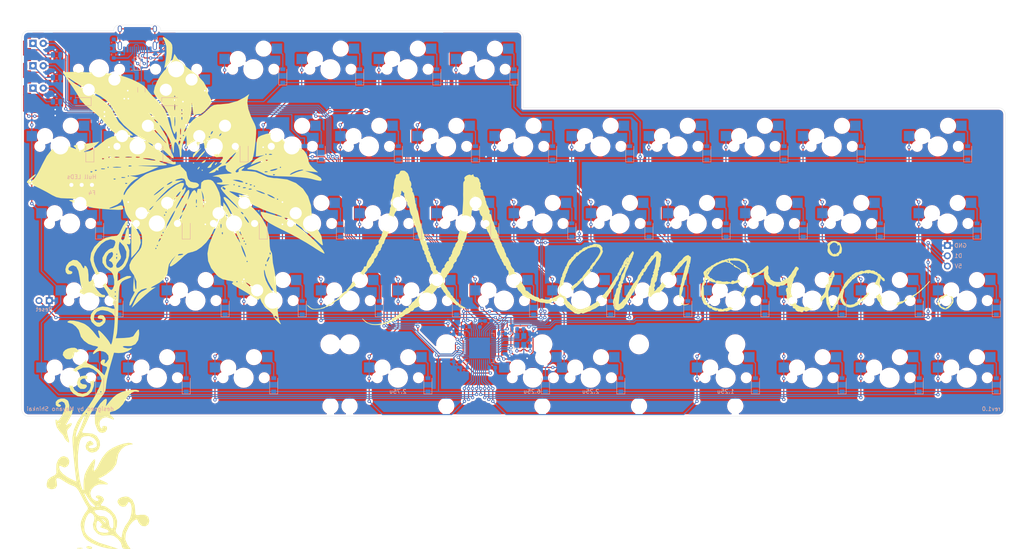
<source format=kicad_pcb>
(kicad_pcb (version 20211014) (generator pcbnew)
  (layers (0 "F.Cu" signal) (31 "B.Cu" signal) (34 "B.Paste" user) (35 "F.Paste" user) (36 "B.SilkS" user "B.Silkscreen") (37 "F.SilkS" user "F.Silkscreen") (38 "B.Mask" user) (39 "F.Mask" user) (44 "Edge.Cuts" user))
  (net 0 "")
  (net 1 "GND")
  (net 2 "+5V")
  (net 3 "row0")
  (net 4 "Net-(D0-0-Pad2)")
  (net 5 "Net-(D0-1-Pad2)")
  (net 6 "Net-(D0-2-Pad2)")
  (net 7 "Net-(D0-3-Pad2)")
  (net 8 "Net-(D0-4-Pad2)")
  (net 9 "Net-(D0-5-Pad2)")
  (net 10 "row1")
  (net 11 "row2")
  (net 12 "Net-(D1-0-Pad2)")
  (net 13 "Net-(D1-1-Pad2)")
  (net 14 "Net-(D1-2-Pad2)")
  (net 15 "Net-(D1-3-Pad2)")
  (net 16 "Net-(D1-4-Pad2)")
  (net 17 "Net-(D1-5-Pad2)")
  (net 18 "Net-(D1-6-Pad2)")
  (net 19 "VCC")
  (net 20 "Net-(D1-7-Pad2)")
  (net 21 "Net-(D1-8-Pad2)")
  (net 22 "Net-(D1-9-Pad2)")
  (net 23 "Net-(D1-10-Pad2)")
  (net 24 "Net-(D1-11-Pad2)")
  (net 25 "row3")
  (net 26 "D-")
  (net 27 "Net-(D2-0-Pad2)")
  (net 28 "D+")
  (net 29 "Net-(D2-1-Pad2)")
  (net 30 "Net-(D2-2-Pad2)")
  (net 31 "Net-(D2-3-Pad2)")
  (net 32 "Net-(D2-4-Pad2)")
  (net 33 "Net-(D2-5-Pad2)")
  (net 34 "Net-(D2-6-Pad2)")
  (net 35 "Net-(D2-7-Pad2)")
  (net 36 "Net-(D2-8-Pad2)")
  (net 37 "Net-(D2-9-Pad2)")
  (net 38 "Net-(D2-10-Pad2)")
  (net 39 "Net-(D2-11-Pad2)")
  (net 40 "row4")
  (net 41 "Net-(D4-0-Pad2)")
  (net 42 "Net-(D4-1-Pad2)")
  (net 43 "Net-(D3-0-Pad2)")
  (net 44 "Net-(D4-4-Pad2)")
  (net 45 "Net-(D3-1-Pad2)")
  (net 46 "Net-(D4-6-Pad2)")
  (net 47 "Net-(D3-2-Pad2)")
  (net 48 "Net-(D4-9-Pad2)")
  (net 49 "Net-(D4-10-Pad2)")
  (net 50 "Net-(D3-3-Pad2)")
  (net 51 "Net-(LED1-Pad1)")
  (net 52 "led1")
  (net 53 "Net-(LED2-Pad1)")
  (net 54 "led2")
  (net 55 "Net-(LED3-Pad1)")
  (net 56 "led3")
  (net 57 "col0")
  (net 58 "col1")
  (net 59 "col2")
  (net 60 "col3")
  (net 61 "col4")
  (net 62 "col5")
  (net 63 "col6")
  (net 64 "col7")
  (net 65 "col8")
  (net 66 "col9")
  (net 67 "col10")
  (net 68 "col11")
  (net 69 "Net-(D3-4-Pad2)")
  (net 70 "Net-(D3-5-Pad2)")
  (net 71 "Earth")
  (net 72 "D1")
  (net 74 "Net-(D3-6-Pad2)")
  (net 75 "rgbLED")
  (net 79 "Net-(D3-7-Pad2)")
  (net 80 "Net-(D3-8-Pad2)")
  (net 81 "Net-(D3-9-Pad2)")
  (net 82 "Net-(D3-10-Pad2)")
  (net 83 "Net-(D3-11-Pad2)")
  (net 84 "Net-(D4-2-Pad2)")
  (net 85 "Net-(D4-5-Pad2)")
  (net 86 "Net-(D4-8-Pad2)")
  (net 87 "Net-(D4-11-Pad2)")
  (net 88 "Net-(R2-Pad1)")
  (net 89 "Net-(R3-Pad1)")
  (net 90 "Net-(C1-Pad2)")
  (net 91 "Net-(C8-Pad2)")
  (net 92 "Net-(C9-Pad2)")
  (net 93 "Net-(R1-Pad2)")
  (net 94 "Net-(R4-Pad2)")
  (net 96 "Net-(RGB1-Pad2)")
  (net 97 "Net-(RGB2-Pad2)")
  (net 100 "F4")
  (footprint "MX_Only:MXOnly-1U-Hotswap" (layer "F.Cu") (at 104.775 95.25)
    (fp_text reference "MX3-3" hide)
    (fp_text value "MX-NoLED")
  )
  (footprint "MX_Only:MXOnly-1U-Hotswap" (layer "F.Cu") (at 238.125 95.25)
    (fp_text reference "MX3-10" hide)
    (fp_text value "MX-NoLED")
  )
  (footprint "MX_Only:MXOnly-1U-Hotswap" (layer "F.Cu") (at 257.175 95.25)
    (fp_text reference "MX3-11" hide)
    (fp_text value "MX-NoLED")
  )
  (footprint "Keebio-Parts:WS2812B" (layer "F.Cu") (at 27.818 31.717)
    (fp_text reference "RGB1" hide)
    (fp_text value "WS2812B" hide)
  )
  (footprint "MX_Only:MXOnly-1.25U-Hotswap" (layer "F.Cu") (at 35.71875 76.2)
    (fp_text reference "MX2-0" hide)
    (fp_text value "MX-NoLED")
  )
  (footprint "MX_Only:MXOnly-1.25U-Hotswap" (layer "F.Cu") (at 78.58125 114.3)
    (fp_text reference "MX4-2" hide)
    (fp_text value "MX-NoLED")
  )
  (footprint "MX_Only:MXOnly-1U-Hotswap" (layer "F.Cu") (at 223.8375 57.15)
    (fp_text reference "MX1-10" hide)
    (fp_text value "MX-NoLED")
  )
  (footprint "Keebio-Parts:WS2812B" (layer "F.Cu") (at 27.818 42.767)
    (fp_text reference "RGB3" hide)
    (fp_text value "WS2812B" hide)
  )
  (footprint "MX_Only:MXOnly-1U-Hotswap" (layer "F.Cu") (at 200.025 95.25)
    (fp_text reference "MX3-8" hide)
    (fp_text value "MX-NoLED")
  )
  (footprint "MX_Only:MXOnly-1U-Hotswap" (layer "F.Cu") (at 147.6375 57.15)
    (fp_text reference "MX1-6" hide)
    (fp_text value "MX-NoLED")
  )
  (footprint "MX_Only:MXOnly-1U-Hotswap" (layer "F.Cu") (at 152.4 76.2)
    (fp_text reference "MX2-6" hide)
    (fp_text value "MX-NoLED")
  )
  (footprint "MX_Only:MXOnly-1U-Hotswap" (layer "F.Cu") (at 119.0625 38.1)
    (fp_text reference "MX0-4" hide)
    (fp_text value "MX-NoLED")
  )
  (footprint "MX_Only:MXOnly-1U-Hotswap" (layer "F.Cu") (at 100.0125 38.1)
    (fp_text reference "MX0-3" hide)
    (fp_text value "MX-NoLED")
  )
  (footprint "MX_Only:MXOnly-1U-Hotswap" (layer "F.Cu") (at 123.825 95.25)
    (fp_text reference "MX3-4" hide)
    (fp_text value "MX-NoLED")
  )
  (footprint "MX_Only:MXOnly-1U-Hotswap" (layer "F.Cu") (at 42.8625 38.1 180)
    (fp_text reference "MX0-0" hide)
    (fp_text value "MX-NoLED")
  )
  (footprint "MX_Only:MXOnly-1U-Hotswap" (layer "F.Cu") (at 190.5 76.2)
    (fp_text reference "MX2-8" hide)
    (fp_text value "MX-NoLED")
  )
  (footprint "MX_Only:MXOnly-1U-Hotswap" (layer "F.Cu") (at 228.6 76.2)
    (fp_text reference "MX2-10" hide)
    (fp_text value "MX-NoLED")
  )
  (footprint "MX_Only:MXOnly-1U-Hotswap" (layer "F.Cu") (at 138.1125 38.1)
    (fp_text reference "MX0-5" hide)
    (fp_text value "MX-NoLED")
  )
  (footprint "MX_Only:MXOnly-1U-Hotswap" (layer "F.Cu") (at 61.9125 38.1 180)
    (fp_text reference "MX0-1" hide)
    (fp_text value "MX-NoLED")
  )
  (footprint "MX_Only:MXOnly-1U-Hotswap" (layer "F.Cu") (at 76.2 76.2)
    (fp_text reference "MX2-2" hide)
    (fp_text value "MX-NoLED")
  )
  (footprint "MX_Only:MXOnly-1U-Hotswap" (layer "F.Cu") (at 185.7375 57.15)
    (fp_text reference "MX1-8" hide)
    (fp_text value "MX-NoLED")
  )
  (footprint "Connector_PinHeader_2.54mm:PinHeader_1x03_P2.54mm_Vertical" (layer "F.Cu") (at 252.4125 81.65)
    (fp_text reference "J1" hide)
    (fp_text value "RGB Breakout")
  )
  (footprint "LED_THT:LED_D3.0mm" (layer "F.Cu") (at 26.543 31.717)
    (fp_text reference "LED1" hide)
    (fp_text value "LED")
  )
  (footprint "MX_Only:MXOnly-1U-Hotswap" (layer "F.Cu") (at 180.975 95.25)
    (fp_text reference "MX3-7" hide)
    (fp_text value "MX-NoLED")
  )
  (footprint "MX_Only:MXOnly-1.75U-Hotswap" (layer "F.Cu") (at 40.48125 95.25)
    (fp_text reference "MX3-0" hide)
    (fp_text value "MX-NoLED")
  )
  (footprint "MX_Only:MXOnly-1U-Hotswap" (layer "F.Cu") (at 57.15 76.2)
    (fp_text reference "MX2-1" hide)
    (fp_text value "MX-NoLED")
  )
  (footprint "MX_Only:MXOnly-1U-Hotswap" (layer "F.Cu") (at 71.4375 57.15)
    (fp_text reference "MX1-2" hide)
    (fp_text value "MX-NoLED")
  )
  (footprint "MX_Only:MXOnly-1U-Hotswap" (layer "F.Cu") (at 95.25 76.2)
    (fp_text reference "MX2-3" hide)
    (fp_text value "MX-NoLED")
  )
  (footprint "MX_Only:MXOnly-1U-Hotswap" (layer "F.Cu") (at 257.175 114.3)
    (fp_text reference "MX4-11" hide)
    (fp_text value "MX-NoLED")
  )
  (footprint "LED_THT:LED_D3.0mm" (layer "F.Cu") (at 26.543 37.242)
    (fp_text reference "LED2" hide)
    (fp_text value "LED")
  )
  (footprint "MX_Only:MXOnly-1U-Hotswap" (layer "F.Cu") (at 171.45 76.2)
    (fp_text reference "MX2-7" hide)
    (fp_text value "MX-NoLED")
  )
  (footprint "Connector_PinHeader_2.54mm:PinHeader_1x03_P2.54mm_Vertical" (layer "F.Cu") (at 41.1125 66.675 -90)
    (fp_text reference "J2" hide)
    (fp_text value "Hull LED Breakout")
  )
  (footprint "MX_Only:MXOnly-1U-Hotswap" (layer "F.Cu") (at 52.3875 57.15)
    (fp_text reference "MX1-1" hide)
    (fp_text value "MX-NoLED")
  )
  (footprint "MX_Only:MXOnly-1U-Hotswap" (layer "F.Cu") (at 66.675 95.25)
    (fp_text reference "MX3-1" hide)
    (fp_text value "MX-NoLED")
  )
  (footprint "MX_Only:MXOnly-1U-Hotswap" (layer "F.Cu") (at 33.3375 57.15)
    (fp_text reference "MX1-0" hide)
    (fp_text value "MX-NoLED")
  )
  (footprint "MX_Only:MXOnly-1U-Hotswap" (layer "F.Cu") (at 219.075 95.25)
    (fp_text reference "MX3-9" hide)
    (fp_text value "MX-NoLED")
  )
  (footprint "MX_Only:MXOnly-1U-Hotswap" (layer "F.Cu") (at 209.55 76.2)
    (fp_text reference "MX2-9" hide)
    (fp_text value "MX-NoLED")
  )
  (footprint "LOGO" (layer "F.Cu") (at 174.78 89.7)
    (fp_text reference "G***" hide)
    (fp_text value "LOGO" hide)
  )
  (footprint "MX_Only:MXOnly-1U-Hotswap" (layer "F.Cu") (at 161.925 95.25)
    (fp_text reference "MX3-6" hide)
    (fp_text value "MX-NoLED")
  )
  (footprint "MX_Only:MXOnly-1U-Hotswap" (layer "F.Cu") (at 114.3 76.2)
    (fp_text reference "MX2-4" hide)
    (fp_text value "MX-NoLED")
  )
  (footprint "MX_Only:MXOnly-1U-Hotswap" (layer "F.Cu") (at 142.875 95.25)
    (fp_text reference "MX3-5" hide)
    (fp_text value "MX-NoLED")
  )
  (footprint "MX_Only:MXOnly-1U-Hotswap" (layer "F.Cu") (at 204.7875 57.15)
    (fp_text reference "MX1-9" hide)
    (fp_text value "MX-NoLED")
  )
  (footprint "Keebio-Parts:WS2812B" (layer "F.Cu") (at 27.818 37.242)
    (fp_text reference "RGB2" hide)
    (fp_text value "WS2812B" hide)
  )
  (footprint "LED_THT:LED_D3.0mm" (layer "F.Cu") (at 26.543 42.767)
    (fp_text reference "LED3" hide)
    (fp_text value "LED")
  )
  (footprint "MX_Only:MXOnly-1U-Hotswap" (layer "F.Cu") (at 109.5375 57.15)
    (fp_text reference "MX1-4" hide)
    (fp_text value "MX-NoLED")
  )
  (footprint "MX_Only:MXOnly-1U-Hotswap" (layer "F.Cu") (at 128.5875 57.15)
    (fp_text reference "MX1-5" hide)
    (fp_text value "MX-NoLED")
  )
  (footprint "MX_Only:MXOnly-1.75U-Hotswap" (layer "F.Cu") (at 250.03125 57.15)
    (fp_text reference "MX1-11" hide)
    (fp_text value "MX-NoLED")
  )
  (footprint "Connector_PinHeader_2.54mm:PinHeader_1x02_P2.54mm_Vertical" (layer "F.Cu") (at 30.575 95.25 -90)
    (fp_text reference "Reset1" hide)
    (fp_text value "Reset_Pins")
  )
  (footprint "MX_Only:MXOnly-1U-Hotswap" (layer "F.Cu") (at 238.125 114.3)
    (fp_text reference "MX4-10" hide)
    (fp_text value "MX-NoLED")
  )
  (footprint "MX_Only:MXOnly-1.25U-Hotswap" (layer "F.Cu") (at 35.71875 114.3)
    (fp_text reference "MX4-0" hide)
    (fp_text value "MX-NoLED")
  )
  (footprint "MX_Only:MXOnly-1U-Hotswap" (layer "F.Cu") (at 57.15 114.3)
    (fp_text reference "MX4-1" hide)
    (fp_text value "MX-NoLED")
  )
  (footprint "MX_Only:MXOnly-1U-Hotswap" (layer "F.Cu") (at 219.075 114.3)
    (fp_text reference "MX4-9" hide)
    (fp_text value "MX-NoLED")
  )
  (footprint "LOGO" (layer "F.Cu") (at 176.22 80.27)
    (fp_text reference "G***" hide)
    (fp_text value "LOGO" hide)
  )
  (footprint "MX_Only:MXOnly-2.25U-Hotswap-ReversedStabilizers" (layer "F.Cu") (at 164.30625 114.3)
    (fp_text reference "MX4-6+Minisub1" hide)
    (fp_text value "MX-NoLED")
  )
  (footprint "MX_Only:MXOnly-1U-Hotswap" (layer "F.Cu") (at 80.9625 38.1)
    (fp_text reference "MX0-2" hide)
    (fp_text value "MX-NoLED")
  )
  (footprint "MX_Only:MXOnly-1U-Hotswap" (layer "F.Cu") (at 133.35 76.2)
    (fp_text reference "MX2-5" hide)
    (fp_text value "MX-NoLED")
  )
  (footprint "MX_Only:MXOnly-1U-Hotswap" (layer "F.Cu") (at 85.725 95.25)
    (fp_text reference "MX3-2" hide)
    (fp_text value "MX-NoLED")
  )
  (footprint "MX_Only:MXOnly-1.5U-Hotswap" (layer "F.Cu") (at 252.4125 76.2)
    (fp_text reference "MX2-11" hide)
    (fp_text value "MX-NoLED")
  )
  (footprint "MX_Only:MXOnly-2.75U-Hotswap-ReversedStabilizers" (layer "F.Cu") (at 116.68125 114.3)
    (fp_text reference "MX4-4+Minisub1" hide)
    (fp_text value "MX-NoLED")
  )
  (footprint "MX_Only:MXOnly-1.25U-Hotswap" (layer "F.Cu") (at 197.64375 114.3)
    (fp_text reference "MX4-8+Minisub1" hide)
    (fp_text value "MX-NoLED")
  )
  (footprint "MX_Only:MXOnly-1U-Hotswap" (layer "F.Cu") (at 90.4875 57.15)
    (fp_text reference "MX1-3" hide)
    (fp_text value "MX-NoLED")
  )
  (footprint "MX_Only:MXOnly-6.25U-Hotswap-ReversedStabilizers" (layer "F.Cu") (at 150.01875 114.3)
    (fp_text reference "MX4-5+Jetvan1" hide)
    (fp_text value "MX-NoLED")
  )
  (footprint "MX_Only:MXOnly-1U-Hotswap" (layer "F.Cu") (at 166.6875 57.15)
    (fp_text reference "MX1-7" hide)
    (fp_text value "MX-NoLED")
  )
  (footprint "Diode_SMD:D_SOD-123" (layer "B.Cu") (at 159.65 77.8 90)
    (fp_text reference "D2-6" hide)
    (fp_text value "D")
  )
  (footprint "Diode_SMD:D_SOD-123" (layer "B.Cu") (at 38.67 46.101 180)
    (fp_text reference "D0-0" hide)
    (fp_text value "D")
  )
  (footprint "Diode_SMD:D_SOD-123" (layer "B.Cu") (at 153.125 116.05 90)
    (fp_text reference "D4-5" hide)
    (fp_text value "D")
  )
  (footprint "Diode_SMD:D_SOD-123" (layer "B.Cu") (at 47.8 97 90)
    (fp_text reference "D3-0" hide)
    (fp_text value "D")
  )
  (footprint "Diode_SMD:D_SOD-123" (layer "B.Cu") (at 121.55 77.8 90)
    (fp_text reference "D2-4" hide)
    (fp_text value "D")
  )
  (footprint "Diode_SMD:D_SOD-123" (layer "B.Cu") (at 226.4 97 90)
    (fp_text reference "D3-9" hide)
    (fp_text value "D")
  )
  (footprint "Capacitor_SMD:C_0603_1608Metric" (layer "B.Cu") (at 149.35 105.7 -90)
    (fp_text reference "C8" hide)
    (fp_text value "22pF")
  )
  (footprint "Diode_SMD:D_SOD-123" (layer "B.Cu") (at 188.3 97 90)
    (fp_text reference "D3-7" hide)
    (fp_text value "D")
  )
  (footprint "Resistor_SMD:R_0603_1608Metric" (layer "B.Cu") (at 58.15 31.5 -90)
    (fp_text reference "R5" hide)
    (fp_text value "1M")
  )
  (footprint "Diode_SMD:D_SOD-123" (layer "B.Cu") (at 245.45 97 90)
    (fp_text reference "D3-10" hide)
    (fp_text value "D")
  )
  (footprint "Diode_SMD:D_SOD-123" (layer "B.Cu") (at 83.45 77.8 90)
    (fp_text reference "D2-2" hide)
    (fp_text value "D")
  )
  (footprint "Resistor_SMD:R_0805_2012Metric" (layer "B.Cu") (at 93.6 58.0125 90)
    (fp_text reference "R21" hide)
    (fp_text value "470")
  )
  (footprint "Diode_SMD:D_SOD-123" (layer "B.Cu") (at 135.85 58.75 90)
    (fp_text reference "D1-5" hide)
    (fp_text value "D")
  )
  (footprint "Diode_SMD:D_SOD-123" (layer "B.Cu") (at 124.1 116.05 90)
    (fp_text reference "D4-4" hide)
    (fp_text value "D")
  )
  (footprint "Diode_SMD:D_SOD-123" (layer "B.Cu") (at 171.75 116.05 90)
    (fp_text reference "D4-6" hide)
    (fp_text value "D")
  )
  (footprint "Crystal:Crystal_SMD_3225-4Pin_3.2x2.5mm" (layer "B.Cu") (at 146.925 105.07445 90)
    (fp_text reference "Y1" hide)
    (fp_text value "16MHz")
  )
  (footprint "Diode_SMD:D_SOD-123" (layer "B.Cu") (at 245.45 116.05 90)
    (fp_text reference "D4-10" hide)
    (fp_text value "D")
  )
  (footprint "Capacitor_SMD:C_0603_1608Metric" (layer "B.Cu") (at 46.5 31.5 -90)
    (fp_text reference "C7" hide)
    (fp_text value "4.7nF")
  )
  (footprint "Diode_SMD:D_SOD-123" (layer "B.Cu") (at 235.85 77.8 90)
    (fp_text reference "D2-10" hide)
    (fp_text value "D")
  )
  (footprint "Capacitor_SMD:C_0603_1608Metric" (layer "B.Cu") (at 136.9125 101 -90)
    (fp_text reference "C1" hide)
    (fp_text value "1uF")
  )
  (footprint "Diode_SMD:D_SOD-123" (layer "B.Cu") (at 226.4 116.05 90)
    (fp_text reference "D4-9" hide)
    (fp_text value "D")
  )
  (footprint "Diode_SMD:D_SOD-123" (layer "B.Cu") (at 205 116.05 90)
    (fp_text reference "D4-8" hide)
    (fp_text value "D")
  )
  (footprint "Diode_SMD:D_SOD-123" (layer "B.Cu") (at 264.5 97 90)
    (fp_text reference "D3-11" hide)
    (fp_text value "D")
  )
  (footprint "Diode_SMD:D_SOD-123" (layer "B.Cu") (at 59.65 58.75 90)
    (fp_text reference "D1-1" hide)
    (fp_text value "D")
  )
  (footprint "Diode_SMD:D_SOD-123" (layer "B.Cu") (at 102.5 77.8 90)
    (fp_text reference "D2-3" hide)
    (fp_text value "D")
  )
  (footprint "Diode_SMD:D_SOD-123" (layer "B.Cu") (at 216.8 77.8 90)
    (fp_text reference "D2-9" hide)
    (fp_text value "D")
  )
  (footprint "Diode_SMD:D_SOD-123" (layer "B.Cu") (at 193 58.75 90)
    (fp_text reference "D1-8" hide)
    (fp_text value "D")
  )
  (footprint "Diode_SMD:D_SOD-123" (layer "B.Cu") (at 150.2 97 90)
    (fp_text reference "D3-5" hide)
    (fp_text value "D")
  )
  (footprint "Diode_SMD:D_SOD-123" (layer "B.Cu") (at 154.9 58.75 90)
    (fp_text reference "D1-6" hide)
    (fp_text value "D")
  )
  (footprint "Capacitor_SMD:C_0603_1608Metric" (layer "B.Cu") (at 139.95 111.8)
    (fp_text reference "C4" hide)
    (fp_text value "0.1uF")
  )
  (footprint "Diode_SMD:D_SOD-123" (layer "B.Cu") (at 43 116.05 90)
    (fp_text reference "D4-0" hide)
    (fp_text value "D")
  )
  (footprint "Diode_SMD:D_SOD-123" (layer "B.Cu") (at 231.1 58.75 90)
    (fp_text reference "D1-10" hide)
    (fp_text value "D")
  )
  (footprint "Resistor_SMD:R_0603_1608Metric" (layer "B.Cu") (at 46.5 34.5 90)
    (fp_text reference "R2" hide)
    (fp_text value "5.1k")
  )
  (footprint "Diode_SMD:D_SOD-123" (layer "B.Cu") (at 97.75 58.75 90)
    (fp_text reference "D1-3" hide)
    (fp_text value "D")
  )
  (footprint "Diode_SMD:D_SOD-123" (layer "B.Cu") (at 173.95 58.75 90)
    (fp_text reference "D1-7" hide)
    (fp_text value "D")
  )
  (footprint "Diode_SMD:D_SOD-123" (layer "B.Cu") (at 178.7 77.8 90)
    (fp_text reference "D2-7" hide)
    (fp_text value "D")
  )
  (footprint "Diode_SMD:D_SOD-123" (layer "B.Cu") (at 43 77.8 90)
    (fp_text reference "D2-0" hide)
    (fp_text value "D")
  )
  (footprint "Diode_SMD:D_SOD-123" (layer "B.Cu") (at 112.1 97 90)
    (fp_text reference "D3-3" hide)
    (fp_text value "D")
  )
  (footprint "Diode_SMD:D_SOD-123" (layer "B.Cu") (at 74 97 90)
    (fp_text reference "D3-1" hide)
    (fp_text value "D")
  )
  (footprint "Resistor_SMD:R_0805_2012Metric" (layer "B.Cu") (at 32.385 34.544)
    (fp_text reference "R11" hide)
    (fp_text value "1k")
  )
  (footprint "Diode_SMD:D_SOD-123" (layer "B.Cu") (at 264.5 116.05 90)
    (fp_text reference "D4-11" hide)
    (fp_text value "D")
  )
  (footprint "Diode_SMD:D_SOD-123" (layer "B.Cu") (at 107.25 39.75 90)
    (fp_text reference "D0-3" hide)
    (fp_text value "D")
  )
  (footprint "Diode_SMD:D_SOD-123" (layer "B.Cu") (at 64.4 77.8 90)
    (fp_text reference "D2-1" hide)
    (fp_text value "D")
  )
  (footprint "Diode_SMD:D_SOD-123" (layer "B.Cu") (at 60.59 46.1)
    (fp_text reference "D0-1" hide)
    (fp_text value "D")
  )
  (footprint "Diode_SMD:D_SOD-123" (layer "B.Cu") (at 145.35 39.75 90)
    (fp_text reference "D0-5" hide)
    (fp_text value "D")
  )
  (footprint "Resistor_SMD:R_0805_2012Metric" (layer "B.Cu") (at 32.385 46.101)
    (fp_text reference "R13" hide)
    (fp_text value "1k")
  )
  (footprint "Diode_SMD:D_SOD-123" (layer "B.Cu") (at 93.05 97 90)
    (fp_text reference "D3-2" hide)
    (fp_text value "D")
  )
  (footprint "Diode_SMD:D_SOD-123" (layer "B.Cu") (at 212.05 58.75 90)
    (fp_text reference "D1-9" hide)
    (fp_text value "D")
  )
  (footprint "Capacitor_SMD:C_0603_1608Metric" (layer "B.Cu") (at 131.25 103.55 180)
    (fp_text reference "C5" hide)
    (fp_text value "0.1uF")
  )
  (footprint "Type-C:HRO-TYPE-C-31-M-12-Assembly" (layer "B.Cu") (at 52.324 25.527)
    (fp_text reference "USB1" hide)
    (fp_text value "HRO-TYPE-C-31-M-12")
  )
  (footprint "Diode_SMD:D_SOD-123" (layer "B.Cu") (at 257.4125 58.75 90)
    (fp_text reference "D1-11" hide)
    (fp_text value "D")
  )
  (footprint "Diode_SMD:D_SOD-123" (layer "B.Cu") (at 40.6 58.75 90)
    (fp_text reference "D1-0" hide)
    (fp_text value "D")
  )
  (footprint "Capacitor_SMD:C_0603_1608Metric" (layer "B.Cu") (at 133.6 101.7 180)
    (fp_text reference "C6" hide)
    (fp_text value "10uF")
  )
  (footprint "Package_DFN_QFN:QFN-44-1EP_7x7mm_P0.5mm_EP5.2x5.2mm" (layer "B.Cu") (at 136.85 106.95 -90)
    (fp_text reference "U2" hide)
    (fp_text value "ATmega32U4-MUR")
  )
  (footprint "Diode_SMD:D_SOD-123" (layer "B.Cu") (at 116.8 58.75 90)
    (fp_text reference "D1-4" hide)
    (fp_text value "D")
  )
  (footprint "Resistor_SMD:R_0603_1608Metric" (layer "B.Cu") (at 58.15 34.5 90)
    (fp_text reference "R3" hide)
    (fp_text value "5.1k")
  )
  (footprint "Resistor_SMD:R_0603_1608Metric" (layer "B.Cu") (at 142.45 103.4 180)
    (fp_text reference "R1" hide)
    (fp_text value "10k")
  )
  (footprint "Diode_SMD:D_SOD-123" (layer "B.Cu") (at 259.75 77.8 90)
    (fp_text reference "D2-11" hide)
    (fp_text value "D")
  )
  (footprint "Resistor_SMD:R_0805_2012Metric" (layer "B.Cu") (at 32.385 40.132)
    (fp_text reference "R12" hide)
    (fp_text value "1k")
  )
  (footprint "Diode_SMD:D_SOD-123" (layer "B.Cu") (at 197.75 77.8 90)
    (fp_text reference "D2-8" hide)
    (fp_text value "D")
  )
  (footprint "Capacitor_SMD:C_0603_1608Metric" (layer "B.Cu") (at 131.25 110.35 180)
    (fp_text reference "C3" hide)
    (fp_text value "0.1uF")
  )
  (footprint "Diode_SMD:D_SOD-123" (layer "B.Cu") (at 64.4 116.05 90)
    (fp_text reference "D4-1" hide)
    (fp_text value "D")
  )
  (footprint "Diode_SMD:D_SOD-123" (layer "B.Cu") (at 140.6 77.8 90)
    (fp_text reference "D2-5" hide)
    (fp_text value "D")
  )
  (footprint "Resistor_SMD:R_0603_1608Metric" (layer "B.Cu") (at 133 111.81)
    (fp_text reference "R4" hide)
    (fp_text value "10k")
  )
  (footprint "Diode_SMD:D_SOD-123" (layer "B.Cu") (at 86 116.05 90)
    (fp_text reference "D4-2" hide)
    (fp_text value "D")
  )
  (footprint "Diode_SMD:D_SOD-123" (layer "B.Cu") (at 88.25 39.75 90)
    (fp_text reference "D0-2" hide)
    (fp_text value "D")
  )
  (footprint "Capacitor_SMD:C_0603_1608Metric" (layer "B.Cu") (at 146.925 102.25)
    (fp_text reference "C9" hide)
    (fp_text value "22pF")
  )
  (footprint "Diode_SMD:D_SOD-123" (layer "B.Cu") (at 169.25 97 90)
    (fp_text reference "D3-6" hide)
    (fp_text value "D")
  )
  (footprint "Capacitor_SMD:C_0603_1608Metric" (layer "B.Cu") (at 139 100.25 180)
    (fp_text reference "C2" hide)
    (fp_text value "0.1uF")
  )
  (footprint "Diode_SMD:D_SOD-123" (layer "B.Cu") (at 131.15 97 90)
    (fp_text reference "D3-4" hide)
    (fp_text value "D")
  )
  (footprint "Diode_SMD:D_SOD-123" (layer "B.Cu") (at 78.7 58.75 90)
    (fp_text reference "D1-2" hide)
    (fp_text value "D")
  )
  (footprint "Keebio-Parts:SOT-143B" (layer "B.Cu") (at 52.324 36.75 90)
    (fp_text reference "U1" hide)
    (fp_text value "PRTR5V0U2X" hide)
  )
  (footprint "Diode_SMD:D_SOD-123" (layer "B.Cu") (at 126.3 39.75 90)
    (fp_text reference "D0-4" hide)
    (fp_text value "D")
  )
  (footprint "Fuse:Fuse_1206_3216Metric" (layer "B.Cu") (at 53.324 43.18 -90)
    (fp_text reference "F1" hide)
    (fp_text value "500mA")
  )
  (footprint "Diode_SMD:D_SOD-123" (layer "B.Cu") (at 207.35 97 90)
    (fp_text reference "D3-8" hide)
    (fp_text value "D")
  )
  (gr_line (start 25.4 28.575) (end 46.482 28.575) (layer "Edge.Cuts") (width 0.05))
  (gr_line (start 147.6375 47.625) (end 265.1125 47.625) (layer "Edge.Cuts") (width 0.05))
  (gr_line (start 266.7 49.2125) (end 266.7 122.2375) (layer "Edge.Cuts") (width 0.05))
  (gr_line (start 265.1125 123.825) (end 25.4 123.825) (layer "Edge.Cuts") (width 0.05))
  (gr_line (start 23.8125 122.2375) (end 23.8125 30.1625) (layer "Edge.Cuts") (width 0.05))
  (gr_line (start 58.166 28.575) (end 146.05 28.575) (layer "Edge.Cuts") (width 0.05))
  (gr_arc (start 23.8125 30.1625) (mid 24.277468 29.039968) (end 25.4 28.575) (layer "Edge.Cuts") (width 0.05))
  (gr_arc (start 25.4 123.825) (mid 24.277468 123.360032) (end 23.8125 122.2375) (layer "Edge.Cuts") (width 0.05))
  (gr_arc (start 146.05 28.575) (mid 147.172532 29.039968) (end 147.6375 30.1625) (layer "Edge.Cuts") (width 0.05))
  (gr_arc (start 265.1125 47.625) (mid 266.235032 48.089968) (end 266.7 49.2125) (layer "Edge.Cuts") (width 0.05))
  (gr_arc (start 46.482 28.575) (mid 46.891172 27.587172) (end 47.879 27.178) (layer "Edge.Cuts") (width 0.05))
  (gr_line (start 47.879 27.178) (end 56.769 27.178) (layer "Edge.Cuts") (width 0.05))
  (gr_arc (start 56.769 27.178) (mid 57.756828 27.587172) (end 58.166 28.575) (layer "Edge.Cuts") (width 0.05))
  (gr_arc (start 266.7 122.2375) (mid 266.235032 123.360032) (end 265.1125 123.825) (layer "Edge.Cuts") (width 0.05))
  (gr_line (start 147.6375 30.1625) (end 147.6375 47.625) (layer "Edge.Cuts") (width 0.05))
  (gr_text "5V" (at 255.125 86.73) (layer "B.SilkS") (effects (font (size 1 1)) (justify mirror)))
  (gr_text "2.75u" (at 116.68125 117.7) (layer "B.SilkS") (effects (font (size 1 1)) (justify mirror)))
  (gr_text "2.25u" (at 164.30625 117.7) (layer "B.SilkS") (effects (font (size 1 1)) (justify mirror)))
  (gr_text "designed by Mayano Shinkai" (at 35.75 122) (layer "B.SilkS") (effects (font (size 1 1)) (justify mirror)))
  (gr_text "rev1.0" (at 263.25 122) (layer "B.SilkS") (effects (font (size 1 1)) (justify mirror)))
  (gr_text "1.25u" (at 197.64375 117.7) (layer "B.SilkS") (effects (font (size 1 1)) (justify mirror)))
  (gr_text "Hull LEDs" (at 38.575 64.7) (layer "B.SilkS") (effects (font (size 1 1)) (justify mirror)))
  (gr_text "Reset" (at 29.305 97.4) (layer "B.SilkS") (effects (font (size 1 1)) (justify mirror)))
  (gr_text "GND" (at 255.65 81.65) (layer "B.SilkS") (effects (font (size 1 1)) (justify mirror)))
  (gr_text "D1" (at 255.1 84.19) (layer "B.SilkS") (effects (font (size 1 1)) (justify mirror)))
  (gr_text "6.25u" (at 149.818602 117.7) (layer "B.SilkS") (effects (font (size 1 1)) (justify mirror)))
  (gr_text "F4" (at 41.1125 68.65) (layer "B.SilkS") (effects (font (size 1 1)) (justify mirror)))
  (segment (start 47.048646 46.55452) (end 46.306531 46.55452) (width 0.254) (layer "F.Cu") (net 1))
  (segment (start 43.608031 49.25302) (end 44.2 48.661051) (width 0.254) (layer "F.Cu") (net 1))
  (segment (start 148.330834 109.230031) (end 148.603814 109.503011) (width 0.254) (layer "F.Cu") (net 1))
  (segment (start 47.9 34.5) (end 47.9 36.35) (width 0.254) (layer "F.Cu") (net 1))
  (segment (start 130.388714 102.211286) (end 130.386286 102.213714) (width 0.254) (layer "F.Cu") (net 1))
  (segment (start 42.474651 51.076511) (end 42.474651 62.772849) (width 0.254) (layer "F.Cu") (net 1))
  (segment (start 147.78 109.230031) (end 148.330834 109.230031) (width 0.254) (layer "F.Cu") (net 1))
  (segment (start 138.45 59.6989) (end 138.45 64.686374) (width 0.254) (layer "F.Cu") (net 1))
  (segment (start 30.31736 44.3672) (end 32.0422 44.3672) (width 0.254) (layer "F.Cu") (net 1))
  (segment (start 42.474651 62.772849) (end 38.5725 66.675) (width 0.254) (layer "F.Cu") (net 1))
  (segment (start 32.04 49.39) (end 32.17698 49.25302) (width 0.254) (layer "F.Cu") (net 1))
  (segment (start 96.425 48.675) (end 98.775 48.675) (width 0.254) (layer "F.Cu") (net 1))
  (segment (start 30.31736 38.8422) (end 32.042053 38.8422) (width 0.254) (layer "F.Cu") (net 1))
  (segment (start 32.04 49.526) (end 32.04 49.39) (width 0.254) (layer "F.Cu") (net 1))
  (segment (start 153.10422 88.865594) (end 153.10422 96.30422) (width 0.254) (layer "F.Cu") (net 1))
  (segment (start 32.0422 33.3172) (end 32.0422 44.3672) (width 0.254) (layer "F.Cu") (net 1))
  (segment (start 127.4265 110.35) (end 125.9735 110.35) (width 0.254) (layer "F.Cu") (net 1))
  (segment (start 30.31736 33.3172) (end 32.0422 33.3172) (width 0.254) (layer "F.Cu") (net 1))
  (segment (start 32.0422 48.0708) (end 32.04 48.073) (width 0.254) (layer "F.Cu") (net 1))
  (segment (start 154.30093 97.50093) (end 154.30093 100.153941) (width 0.254) (layer "F.Cu") (net 1))
  (segment (start 130.388714 100.161286) (end 130.388714 102.211286) (width 0.254) (layer "F.Cu") (net 1))
  (segment (start 138.45 64.686374) (end 143.05 69.286374) (width 0.254) (layer "F.Cu") (net 1))
  (segment (start 47.91998 46.55452) (end 47.048646 46.55452) (width 0.254) (layer "F.Cu") (net 1))
  (segment (start 143.05 78.811374) (end 153.10422 88.865594) (width 0.254) (layer "F.Cu") (net 1))
  (segment (start 32.17698 49.25302) (end 43.608031 49.25302) (width 0.254) (layer "F.Cu") (net 1))
  (segment (start 143.05 69.286374) (end 143.05 78.811374) (width 0.254) (layer "F.Cu") (net 1))
  (segment (start 46.306531 46.55452) (end 44.2 48.661051) (width 0.254) (layer "F.Cu") (net 1))
  (segment (start 32.042053 38.8422) (end 32.0422 38.842053) (width 0.254) (layer "F.Cu") (net 1))
  (segment (start 96.425 48.675) (end 96.422557 48.675) (width 0.254) (layer "F.Cu") (net 1))
  (segment (start 49.1 45.3745) (end 47.91998 46.55452) (width 0.254) (layer "F.Cu") (net 1))
  (segment (start 98.775 48.675) (end 99.925 47.525) (width 0.254) (layer "F.Cu") (net 1))
  (segment (start 144.31 108.96) (end 144.580031 109.230031) (width 0.254) (layer "F.Cu") (net 1))
  (segment (start 153.10422 96.30422) (end 154.30093 97.50093) (width 0.254) (layer "F.Cu") (net 1))
  (segment (start 144.580031 109.230031) (end 147.78 109.230031) (width 0.254) (layer "F.Cu") (net 1))
  (segment (start 32.0422 44.3672) (end 32.0422 48.0708) (width 0.254) (layer "F.Cu") (net 1))
  (via (at 127.4265 110.35) (size 0.8) (drill 0.4) (layers "F.Cu" "B.Cu") (net 1))
  (via (at 125.9735 110.35) (size 0.8) (drill 0.4) (layers "F.Cu" "B.Cu") (net 1))
  (via (at 32.0422 38.842053) (size 0.8) (drill 0.4) (layers "F.Cu" "B.Cu") (net 1))
  (via (at 32.04 48.073) (size 0.8) (drill 0.4) (layers "F.Cu" "B.Cu") (net 1))
  (via (at 32.0422 44.3672) (size 0.8) (drill 0.4) (layers "F.Cu" "B.Cu") (net 1))
  (via (at 49.1 45.3745) (size 0.8) (drill 0.4) (layers "F.Cu" "B.Cu") (net 1))
  (via (at 144.31 108.96) (size 0.8) (drill 0.4) (layers "F.Cu" "B.Cu") (net 1))
  (via (at 42.474651 51.076511) (size 0.8) (drill 0.4) (layers "F.Cu" "B.Cu") (net 1))
  (via (at 138.45 59.6989) (size 0.8) (drill 0.4) (layers "F.Cu" "B.Cu") (net 1))
  (via (at 32.04 49.526) (size 0.8) (drill 0.4) (layers "F.Cu" "B.Cu") (net 1))
  (via (at 130.388714 100.161286) (size 0.8) (drill 0.4) (layers "F.Cu" "B.Cu") (net 1))
  (via (at 130.386286 102.213714) (size 0.8) (drill 0.4) (layers "F.Cu" "B.Cu") (net 1))
  (via (at 47.9 34.5) (size 0.8) (drill 0.4) (layers "F.Cu" "B.Cu") (net 1))
  (via (at 47.9 36.35) (size 0.8) (drill 0.4) (layers "F.Cu" "B.Cu") (net 1))
  (via (at 44.2 48.661051) (size 0.8) (drill 0.4) (layers "F.Cu" "B.Cu") (net 1))
  (via (at 99.925 47.525) (size 0.8) (drill 0.4) (layers "F.Cu" "B.Cu") (net 1))
  (via (at 151.05 103.225) (size 0.8) (drill 0.4) (layers "F.Cu" "B.Cu") (net 1))
  (via (at 154.30093 100.153941) (size 0.8) (drill 0.4) (layers "F.Cu" "B.Cu") (net 1))
  (via (at 32.0422 33.3172) (size 0.8) (drill 0.4) (layers "F.Cu" "B.Cu") (net 1))
  (via (at 148.603814 109.503011) (size 0.8) (drill 0.4) (layers "F.Cu" "B.Cu") (net 1))
  (via (at 96.425 48.675) (size 0.8) (drill 0.4) (layers "F.Cu" "B.Cu") (net 1))
  (segment (start 134.85 104.95) (end 136.85 106.95) (width 0.254) (layer "B.Cu") (net 1))
  (segment (start 58.14148 33.68352) (end 58.15 33.675) (width 0.254) (layer "B.Cu") (net 1))
  (segment (start 50.45 36.35) (end 51.324 37.224) (width 0.254) (layer "B.Cu") (net 1))
  (segment (start 139.32348 110.26098) (end 139.32348 109.42348) (width 0.254) (layer "B.Cu") (net 1))
  (segment (start 51.8 42.6) (end 49.1 45.3) (width 0.254) (layer "B.Cu") (net 1))
  (segment (start 132.327443 108.95) (end 131.900932 108.523489) (width 0.254) (layer "B.Cu") (net 1))
  (segment (start 136.11098 102.228447) (end 136.11098 101.02652) (width 0.254) (layer "B.Cu") (net 1))
  (segment (start 55.549 33.222) (end 56.01052 33.68352) (width 0.254) (layer "B.Cu") (net 1))
  (segment (start 132.175 111.81) (end 131.935 111.81) (width 0.254) (layer "B.Cu") (net 1))
  (segment (start 133.5125 108.95) (end 134.85 108.95) (width 0.254) (layer "B.Cu") (net 1))
  (segment (start 149.02445 104.925) (end 147.775 106.17445) (width 0.254) (layer "B.Cu") (net 1))
  (segment (start 149.35 104.925) (end 149.02445 104.925) (width 0.254) (layer "B.Cu") (net 1))
  (segment (start 131.927428 101.7) (end 130.388714 100.161286) (width 0.254) (layer "B.Cu") (net 1))
  (segment (start 147.775 108.674197) (end 148.603814 109.503011) (width 0.254) (layer "B.Cu") (net 1))
  (segment (start 140.1875 105.95) (end 137.85 105.95) (width 0.254) (layer "B.Cu") (net 1))
  (segment (start 32.724409 48.841591) (end 41.291591 48.841591) (width 0.254) (layer "B.Cu") (net 1))
  (segment (start 133.5125 108.95) (end 132.327443 108.95) (width 0.254) (layer "B.Cu") (net 1))
  (segment (start 147.775 106.17445) (end 147.775 108.05) (width 0.254) (layer "B.Cu") (net 1))
  (segment (start 132.825 101.7) (end 131.927428 101.7) (width 0.254) (layer "B.Cu") (net 1))
  (segment (start 49.099 33.222) (end 49.099 34.499) (width 0.254) (layer "B.Cu") (net 1))
  (segment (start 149.35 104.925) (end 151.05 103.225) (width 0.254) (layer "B.Cu") (net 1))
  (segment (start 136.35 103.6125) (end 136.35 106.45) (width 0.254) (layer "B.Cu") (net 1))
  (segment (start 130.386286 102.213714) (end 130.386286 103.461286) (width 0.254) (layer "B.Cu") (net 1))
  (segment (start 131.900932 108.523489) (end 131.299068 108.523489) (width 0.254) (layer "B.Cu") (net 1))
  (segment (start 44.2 48.661051) (end 44.47298 48.388071) (width 0.254) (layer "B.Cu") (net 1))
  (segment (start 47.901 34.499) (end 47.9 34.5) (width 0.254) (layer "B.Cu") (net 1))
  (segment (start 131.935 111.81) (end 130.475 110.35) (width 0.254) (layer "B.Cu") (net 1))
  (segment (start 130.475 109.347557) (end 131.299068 108.523489) (width 0.254) (layer "B.Cu") (net 1))
  (segment (start 44.47298 48.388071) (end 96.138071 48.388071) (width 0.254) (layer "B.Cu") (net 1))
  (segment (start 153.914876 100.153941) (end 153.059555 101.009262) (width 0.254) (layer "B.Cu") (net 1))
  (segment (start 147.775 108.05) (end 147.775 108.674197) (width 0.254) (layer "B.Cu") (net 1))
  (segment (start 99.925 47.525) (end 108.9 47.525) (width 0.254) (layer "B.Cu") (net 1))
  (segment (start 130.475 109.775) (end 130.475 109.347557) (width 0.254) (layer "B.Cu") (net 1))
  (segment (start 130.475 110.35) (end 130.475 109.775) (width 0.254) (layer "B.Cu") (net 1))
  (segment (start 46.50852 33.68352) (end 48.63748 33.68352) (width 0.254) (layer "B.Cu") (net 1))
  (segment (start 33.2975 34.544) (end 33.269 34.544) (width 0.254) (layer "B.Cu") (net 1))
  (segment (start 33.2975 40.132) (end 33.2975 40.097353) (width 0.254) (layer "B.Cu") (net 1))
  (segment (start 144.825 101.009262) (end 144.825 102.72445) (width 0.254) (layer "B.Cu") (net 1))
  (segment (start 133.5125 104.95) (end 134.85 104.95) (width 0.254) (layer "B.Cu") (net 1))
  (segment (start 137.85 105.95) (end 136.85 106.95) (width 0.254) (layer "B.Cu") (net 1))
  (segment (start 144.825 102.72445) (end 146.075 103.97445) (width 0.254) (layer "B.Cu") (net 1))
  (segment (start 49.099 34.499) (end 47.901 34.499) (width 0.254) (layer "B.Cu") (net 1))
  (segment (start 136.1 47.525) (end 138.45 49.875) (width 0.254) (layer "B.Cu") (net 1))
  (segment (start 42.474651 50.024651) (end 42.474651 51.076511) (width 0.254) (layer "B.Cu") (net 1))
  (segment (start 56.01052 33.68352) (end 58.14148 33.68352) (width 0.254) (layer "B.Cu") (net 1))
  (segment (start 32.04 48.073) (end 32.04 49.526) (width 0.254) (layer "B.Cu") (net 1))
  (segment (start 130.475 110.35) (end 127.4265 110.35) (width 0.254) (layer "B.Cu") (net 1))
  (segment (start 41.291591 48.841591) (end 42.474651 50.024651) (width 0.254) (layer "B.Cu") (net 1))
  (segment (start 146.15 103.89945) (end 146.075 103.97445) (width 0.254) (layer "B.Cu") (net 1))
  (segment (start 146.075 103.97445) (end 145.502009 104.547441) (width 0.254) (layer "B.Cu") (net 1))
  (segment (start 134.85 108.95) (end 136.85 106.95) (width 0.254) (layer "B.Cu") (net 1))
  (segment (start 139.32348 109.42348) (end 136.85 106.95) (width 0.254) (layer "B.Cu") (net 1))
  (segment (start 146.15 102.25) (end 146.15 103.89945) (width 0.254) (layer "B.Cu") (net 1))
  (segment (start 51.324 37.224) (end 51.324 37.5) (width 0.254) (layer "B.Cu") (net 1))
  (segment (start 51.324 37.5) (end 51.8 37.976) (width 0.254) (layer "B.Cu") (net 1))
  (segment (start 130.386286 103.461286) (end 130.475 103.55) (width 0.254) (layer "B.Cu") (net 1))
  (segment (start 136.9125 100.225) (end 138.2 100.225) (width 0.254) (layer "B.Cu") (net 1))
  (segment (start 136.35 106.45) (end 136.85 106.95) (width 0.254) (layer "B.Cu") (net 1))
  (segment (start 33.2975 34.544) (end 33.2975 34.3069) (width 0.254) (layer "B.Cu") (net 1))
  (segment (start 139.35 110.2875) (end 139.35 110.575) (width 0.254) (layer "B.Cu") (net 1))
  (segment (start 139.35 110.575) (end 140.575 111.8) (width 0.254) (layer "B.Cu") (net 1))
  (segment (start 46.5 33.675) (end 46.50852 33.68352) (width 0.254) (layer "B.Cu") (net 1))
  (segment (start 154.30093 100.153941) (end 153.914876 100.153941) (width 0.254) (layer "B.Cu") (net 1))
  (segment (start 153.059555 101.009262) (end 144.825 101.009262) (width 0.254) (layer "B.Cu") (net 1))
  (segment (start 32.04 49.526) (end 32.724409 48.841591) (width 0.254) (layer "B.Cu") (net 1))
  (segment (start 141.291374 105.95) (end 140.1875 105.95) (width 0.254) (layer "B.Cu") (net 1))
  (segment (start 138.45 49.875) (end 138.45 59.6989) (width 0.254) (layer "B.Cu") (net 1))
  (segment (start 139.35 110.2875) (end 139.32348 110.26098) (width 0.254) (layer "B.Cu") (net 1))
  (segment (start 58.15 33.675) (end 58.15 32.325) (width 0.254) (layer "B.Cu") (net 1))
  (segment (start 142.133187 105.108187) (end 141.291374 105.95) (width 0.254) (layer "B.Cu") (net 1))
  (segment (start 51.8 37.976) (end 51.8 42.6) (width 0.254) (layer "B.Cu") (net 1))
  (segment (start 48.63748 33.68352) (end 49.099 33.222) (width 0.254) (layer "B.Cu") (net 1))
  (segment (start 108.9 47.525) (end 136.1 47.525) (width 0.254) (layer "B.Cu") (net 1))
  (segment (start 46.5 33.675) (end 46.5 32.275) (width 0.254) (layer "B.Cu") (net 1))
  (segment (start 96.138071 48.388071) (end 96.425 48.675) (width 0.254) (layer "B.Cu") (net 1))
  (segment (start 136.11098 101.02652) (end 136.9125 100.225) (width 0.254) (layer "B.Cu") (net 1))
  (segment (start 145.502009 104.547441) (end 142.693933 104.547441) (width 0.254) (layer "B.Cu") (net 1))
  (segment (start 136.35 103.6125) (end 136.35 102.467467) (width 0.254) (layer "B.Cu") (net 1))
  (segment (start 50.45 36.35) (end 47.95 36.35) (width 0.254) (layer "B.Cu") (net 1))
  (segment (start 136.35 102.467467) (end 136.11098 102.228447) (width 0.254) (layer "B.Cu") (net 1))
  (segment (start 49.1 45.3) (end 49.1 45.3745) (width 0.254) (layer "B.Cu") (net 1))
  (segment (start 142.693933 104.547441) (end 142.133187 105.108187) (width 0.254) (layer "B.Cu") (net 1))
  (segment (start 122.014997 68.433193) (end 122.015902 68.432288) (width 0.254) (layer "F.Cu") (net 2))
  (segment (start 24.241559 31.193881) (end 25.31864 30.1168) (width 0.254) (layer "F.Cu") (net 2))
  (segment (start 122.015902 68.432288) (end 123.066807 69.483193) (width 0.254) (layer "F.Cu") (net 2))
  (segment (start 123.400994 69.81738) (end 123.066807 69.483193) (width 0.254) (layer "F.Cu") (net 2))
  (segment (start 41.475813 51.040063) (end 41.475813 49.724187) (width 0.254) (layer "F.Cu") (net 2))
  (segment (start 24.241559 40.089719) (end 24.241559 36.718881) (width 0.254) (layer "F.Cu") (net 2))
  (segment (start 141.95 99.45) (end 144.6 99.45) (width 0.254) (layer "F.Cu") (net 2))
  (segment (start 42.010349 51.639652) (end 42.014652 51.639652) (width 0.254) (layer "F.Cu") (net 2))
  (segment (start 118.57348 55.14848) (end 118.57348 54.398961) (width 0.254) (layer "F.Cu") (net 2))
  (segment (start 24.241559 34.564719) (end 24.241559 31.193881) (width 0.254) (layer "F.Cu") (net 2))
  (segment (start 44.18154 49.70654) (end 44.2 49.725) (width 0.254) (layer "F.Cu") (net 2))
  (segment (start 50.099503 45.3745) (end 50.099503 45.40244) (width 0.254) (layer "F.Cu") (net 2))
  (segment (start 44.2 49.7) (end 46.89196 47.00804) (width 0.254) (layer "F.Cu") (net 2))
  (segment (start 153.106598 80.927622) (end 151.2485 80.927622) (width 0.254) (layer "F.Cu") (net 2))
  (segment (start 139.3265 97.9235) (end 139.325 97.925) (width 0.254) (layer "F.Cu") (net 2))
  (segment (start 118.573961 50.290335) (end 118.573961 54.551039) (width 0.254) (layer "F.Cu") (net 2))
  (segment (start 26.979 49.7) (end 31.186558 49.7) (width 0.254) (layer "F.Cu") (net 2))
  (segment (start 40.73154 49.70654) (end 41.49346 49.70654) (width 0.254) (layer "F.Cu") (net 2))
  (segment (start 123.400994 78.7235) (end 123.400994 69.81738) (width 0.254) (layer "F.Cu") (net 2))
  (segment (start 116.833626 48.55) (end 118.573961 50.290335) (width 0.254) (layer "F.Cu") (net 2))
  (segment (start 31.186558 49.7) (end 31.739068 50.252511) (width 0.254) (layer "F.Cu") (net 2))
  (segment (start 131.6 109.25) (end 132.8 108.05) (width 0.254) (layer "F.Cu") (net 2))
  (segment (start 132.35 104.7987) (end 132.35 100.728011) (width 0.254) (layer "F.Cu") (net 2))
  (segment (start 41.475813 51.076511) (end 41.475813 51.105116) (width 0.254) (layer "F.Cu") (net 2))
  (segment (start 24.241559 44.4) (end 24.241559 48.415559) (width 0.254) (layer "F.Cu") (net 2))
  (segment (start 46.89196 47.00804) (end 48.493904 47.00804) (width 0.254) (layer "F.Cu") (net 2))
  (segment (start 132.925 88.866386) (end 125.564307 81.505693) (width 0.254) (layer "F.Cu") (net 2))
  (segment (start 48.493904 47.00804) (end 49.100972 46.400972) (width 0.254) (layer "F.Cu") (net 2))
  (segment (start 31.739068 50.252511) (end 32.340932 50.252511) (width 0.254) (layer "F.Cu") (net 2))
  (segment (start 24.241559 48.415559) (end 25.526 49.7) (width 0.254) (layer "F.Cu") (net 2))
  (segment (start 132.925 97.9235) (end 132.925 88.866386) (width 0.254) (layer "F.Cu") (net 2))
  (segment (start 141.95 99.45) (end 141.95 99.1) (width 0.254) (layer "F.Cu") (net 2))
  (segment (start 42.021131 62.584995) (end 39.829752 64.776374) (width 0.254) (layer "F.Cu") (net 2))
  (segment (start 140.7735 97.9235) (end 139.3265 97.9235) (width 0.254) (layer "F.Cu") (net 2))
  (segment (start 32.340932 50.252511) (end 32.886903 49.70654) (width 0.254) (layer "F.Cu") (net 2))
  (segment (start 42.021131 51.646131) (end 42.021131 62.584995) (width 0.254) (layer "F.Cu") (net 2))
  (segment (start 118.57396 64.992156) (end 122.014997 68.433193) (width 0.254) (layer "F.Cu") (net 2))
  (segment (start 132.925 97.9235) (end 132.925 100.153011) (width 0.254) (layer "F.Cu") (net 2))
  (segment (start 132.8 105.2487) (end 132.35 104.7987) (width 0.254) (layer "F.Cu") (net 2))
  (segment (start 108.9 48.55) (end 116.833626 48.55) (width 0.254) (layer "F.Cu") (net 2))
  (segment (start 24.241559 42.243881) (end 24.241559 44.4) (width 0.254) (layer "F.Cu") (net 2))
  (segment (start 141.95 99.1) (end 140.7735 97.9235) (width 0.254) (layer "F.Cu") (net 2))
  (segment (start 49.100972 46.400972) (end 48.493903 47.00804) (width 0.254) (layer "F.Cu") (net 2))
  (segment (start 132.35 100.728011) (end 132.925 100.153011) (width 0.254) (layer "F.Cu") (net 2))
  (segment (start 37.931126 64.776374) (end 36.0325 66.675) (width 0.254) (layer "F.Cu") (net 2))
  (segment (start 96.425 49.7) (end 98.777427 49.7) (width 0.254) (layer "F.Cu") (net 2))
  (segment (start 144.6 103.00052) (end 144.32702 103.2735) (width 0.254) (layer "F.Cu") (net 2))
  (segment (start 131.6 109.25) (end 135.5 113.15) (width 0.254) (layer "F.Cu") (net 2))
  (segment (start 124.579307 80.520693) (end 123.400994 79.34238) (width 0.254) (layer "F.Cu") (net 2))
  (segment (start 42.014652 51.639652) (end 42.021131 51.646131) (width 0.254) (layer "F.Cu") (net 2))
  (segment (start 25.31864 35.6418) (end 24.241559 34.564719) (width 0.254) (layer "F.Cu") (net 2))
  (segment (start 135.5 113.15) (end 139.525 113.15) (width 0.254) (layer "F.Cu") (net 2))
  (segment (start 132.8 108.05) (end 132.8 105.2487) (width 0.254) (layer "F.Cu") (net 2))
  (segment (start 144.6 99.45) (end 144.6 103.00052) (width 0.254) (layer "F.Cu") (net 2))
  (segment (start 123.400994 79.34238) (end 123.400994 78.7235) (width 0.254) (layer "F.Cu") (net 2))
  (segment (start 41.475813 49.724187) (end 41.49346 49.70654) (width 0.254) (layer "F.Cu") (net 2))
  (segment (start 123.226511 80.226511) (end 124.285125 80.226511) (width 0.254) (layer "F.Cu") (net 2))
  (segment (start 98.777427 49.7) (end 99.909645 48.567782) (width 0.254) (layer "F.Cu") (net 2))
  (segment (start 50.099503 45.40244) (end 49.100972 46.400972) (width 0.254) (layer "F.Cu") (net 2))
  (segment (start 32.886903 49.70654) (end 40.73154 49.70654) (width 0.254) (layer "F.Cu") (net 2))
  (segment (start 41.49346 49.70654) (end 44.18154 49.70654) (width 0.254) (layer "F.Cu") (net 2))
  (segment (start 39.829752 64.776374) (end 37.931126 64.776374) (width 0.254) (layer "F.Cu") (net 2))
  (segment (start 124.285125 80.226511) (end 124.579307 80.520693) (width 0.254) (layer "F.Cu") (net 2))
  (segment (start 24.241559 36.718881) (end 25.31864 35.6418) (width 0.254) (layer "F.Cu") (net 2))
  (segment (start 25.31864 41.1668) (end 24.241559 42.243881) (width 0.254) (layer "F.Cu") (net 2))
  (segment (start 118.57396 55.14896) (end 118.57396 64.992156) (width 0.254) (layer "F.Cu") (net 2))
  (segment (start 25.31864 41.1668) (end 24.241559 40.089719) (width 0.254) (layer "F.Cu") (net 2))
  (segment (start 125.564307 81.505693) (end 124.579307 80.520693) (width 0.254) (layer "F.Cu") (net 2))
  (segment (start 41.475813 51.105116) (end 42.010349 51.639652) (width 0.254) (layer "F.Cu") (net 2))
  (via (at 132.35 104.7987) (size 0.8) (drill 0.4) (layers "F.Cu" "B.Cu") (net 2))
  (via (at 144.32702 103.2735) (size 0.8) (drill 0.4) (layers "F.Cu" "B.Cu") (net 2))
  (via (at 131.6 109.25) (size 0.8) (drill 0.4) (layers "F.Cu" "B.Cu") (net 2))
  (via (at 99.909645 48.567782) (size 0.8) (drill 0.4) (layers "F.Cu" "B.Cu") (net 2))
  (via (at 50.099503 45.3745) (size 0.8) (drill 0.4) (layers "F.Cu" "B.Cu") (net 2))
  (via (at 139.325 97.925) (size 0.8) (drill 0.4) (layers "F.Cu" "B.Cu") (net 2))
  (via (at 151.2485 80.927622) (size 0.8) (drill 0.4) (layers "F.Cu" "B.Cu") (net 2))
  (via (at 153.106598 80.927622) (size 0.8) (drill 0.4) (layers "F.Cu" "B.Cu") (net 2))
  (via (at 25.526 49.7) (size 0.8) (drill 0.4) (layers "F.Cu" "B.Cu") (net 2))
  (via (at 26.979 49.7) (size 0.8) (drill 0.4) (layers "F.Cu" "B.Cu") (net 2))
  (via (at 108.9 48.55) (size 0.8) (drill 0.4) (layers "F.Cu" "B.Cu") (net 2))
  (via (at 141.95 99.45) (size 0.8) (drill 0.4) (layers "F.Cu" "B.Cu") (net 2))
  (via (at 123.226511 80.226511) (size 0.8) (drill 0.4) (layers "F.Cu" "B.Cu") (net 2))
  (via (at 139.525 113.15) (size 0.8) (drill 0.4) (layers "F.Cu" "B.Cu") (net 2))
  (via (at 132.925 97.9235) (size 0.8) (drill 0.4) (layers "F.Cu" "B.Cu") (net 2))
  (via (at 96.425 49.7) (size 0.8) (drill 0.4) (layers "F.Cu" "B.Cu") (net 2))
  (via (at 132.925 100.153011) (size 0.8) (drill 0.4) (layers "F.Cu" "B.Cu") (net 2))
  (via (at 44.2 49.725) (size 0.8) (drill 0.4) (layers "F.Cu" "B.Cu") (net 2))
  (segment (start 132.025 110.35) (end 132.025 109.675) (width 0.254) (layer "B.Cu") (net 2))
  (segment (start 140.1875 105.45) (end 141.15 105.45) (width 0.254) (layer "B.Cu") (net 2))
  (segment (start 132.925 97.9235) (end 139.3235 97.9235) (width 0.254) (layer "B.Cu") (net 2))
  (segment (start 133.5125 104.45) (end 132.6987 104.45) (width 0.254) (layer "B.Cu") (net 2))
  (segment (start 25.526 49.7) (end 26.979 49.7) (width 0.254) (layer "B.Cu") (net 2))
  (segment (start 132.6125 103.55) (end 133.5125 104.45) (width 0.254) (layer "B.Cu") (net 2))
  (segment (start 132.6987 104.45) (end 132.35 104.7987) (width 0.254) (layer "B.Cu") (net 2))
  (segment (start 141.15 100.25) (end 141.95 99.45) (width 0.254) (layer "B.Cu") (net 2))
  (segment (start 151.2485 80.226511) (end 140.65 80.226511) (width 0.254) (layer "B.Cu") (net 2))
  (segment (start 153.707622 80.927622) (end 153.106598 80.927622) (width 0.254) (layer "B.Cu") (net 2))
  (segment (start 245.909011 80.226511) (end 252.4125 86.73) (width 0.254) (layer "B.Cu") (net 2))
  (segment (start 95.564148 48.841591) (end 45.058409 48.841591) (width 0.254) (layer "B.Cu") (net 2))
  (segment (start 132.925 100.153011) (end 132.925 100.25) (width 0.254) (layer "B.Cu") (net 2))
  (segment (start 139.175 111.8) (end 139.175 111.425) (width 0.254) (layer "B.Cu") (net 2))
  (segment (start 137.35 103.6125) (end 137.35 102.675) (width 0.254) (layer "B.Cu") (net 2))
  (segment (start 96.422557 49.7) (end 95.564148 48.841591) (width 0.254) (layer "B.Cu") (net 2))
  (segment (start 139.175 111.425) (end 138.85 111.1) (width 0.254) (layer "B.Cu") (net 2))
  (segment (start 151.2485 80.927622) (end 151.2485 80.226511) (width 0.254) (layer "B.Cu") (net 2))
  (segment (start 161.800932 80.927622) (end 162.502043 80.226511) (width 0.254) (layer "B.Cu") (net 2))
  (segment (start 137.35 102.675) (end 139.775 100.25) (width 0.254) (layer "B.Cu") (net 2))
  (segment (start 138.85 110.2875) (end 138.85 111.1) (width 0.254) (layer "B.Cu") (net 2))
  (segment (start 132.025 109.675) (end 131.6 109.25) (width 0.254) (layer "B.Cu") (net 2))
  (segment (start 144.20052 103.4) (end 144.32702 103.2735) (width 0.254) (layer "B.Cu") (net 2))
  (segment (start 139.775 100.25) (end 141.15 100.25) (width 0.254) (layer "B.Cu") (net 2))
  (segment (start 141.15 105.45) (end 142.425 104.175) (width 0.254) (layer "B.Cu") (net 2))
  (segment (start 142.425 103.4) (end 143.075 103.4) (width 0.254) (layer "B.Cu") (net 2))
  (segment (start 132.025 103.55) (end 132.6125 103.55) (width 0.254) (layer "B.Cu") (net 2))
  (segment (start 45.058409 48.841591) (end 44.2 49.7) (width 0.254) (layer "B.Cu") (net 2))
  (segment (start 140.65 80.226511) (end 123.726511 80.226511) (width 0.254) (layer "B.Cu") (net 2))
  (segment (start 134.85 103.6125) (end 134.85 102.175) (width 0.254) (layer "B.Cu") (net 2))
  (segment (start 139.175 111.8) (end 139.175 112.8) (width 0.254) (layer "B.Cu") (net 2))
  (segment (start 143.275 103.4) (end 144.20052 103.4) (width 0.254) (layer "B.Cu") (net 2))
  (segment (start 161.5 80.927622) (end 153.707622 80.927622) (width 0.254) (layer "B.Cu") (net 2))
  (segment (start 139.3235 97.9235) (end 139.325 97.925) (width 0.254) (layer "B.Cu") (net 2))
  (segment (start 132.925 100.25) (end 134.375 101.7) (width 0.254) (layer "B.Cu") (net 2))
  (segment (start 143.075 103.4) (end 144.1735 103.4) (width 0.254) (layer "B.Cu") (net 2))
  (segment (start 161.5 80.927622) (end 161.800932 80.927622) (width 0.254) (layer "B.Cu") (net 2))
  (segment (start 132.025 110.35) (end 132.6125 110.35) (width 0.254) (layer "B.Cu") (net 2))
  (segment (start 50.894003 44.58) (end 50.099503 45.3745) (width 0.254) (layer "B.Cu") (net 2))
  (segment (start 96.425 49.7) (end 96.422557 49.7) (width 0.254) (layer "B.Cu") (net 2))
  (segment (start 53.324 44.58) (end 50.894003 44.58) (width 0.254) (layer "B.Cu") (net 2))
  (segment (start 99.909645 48.567782) (end 108.882218 48.567782) (width 0.254) (layer "B.Cu") (net 2))
  (segment (start 142.425 104.175) (end 142.425 103.4) (width 0.254) (layer "B.Cu") (net 2))
  (segment (start 139.175 112.8) (end 139.525 113.15) (width 0.254) (layer "B.Cu") (net 2))
  (segment (start 162.502043 80.226511) (end 245.909011 80.226511) (width 0.254) (layer "B.Cu") (net 2))
  (segment (start 134.85 102.175) (end 134.375 101.7) (width 0.254) (layer "B.Cu") (net 2))
  (segment (start 123.726511 80.226511) (end 123.226511 80.226511) (width 0.254) (layer "B.Cu") (net 2))
  (segment (start 132.6125 110.35) (end 133.5125 109.45) (width 0.254) (layer "B.Cu") (net 2))
  (segment (start 145.337218 101.462782) (end 145.05352 101.74648) (width 0.254) (layer "F.Cu") (net 3))
  (segment (start 57.655 46.101) (end 63.59 46.101) (width 0.254) (layer "F.Cu") (net 3))
  (segment (start 145.05352 101.74648) (end 145.05352 102.14) (width 0.254) (layer "F.Cu") (net 3))
  (segment (start 176.525 64.661374) (end 176.525 59.6989) (width 0.254) (layer "F.Cu") (net 3))
  (segment (start 144.6 104.027963) (end 144.6 106.90095) (width 0.254) (layer "F.Cu") (net 3))
  (segment (start 190.825 99.426511) (end 190.825 88.486374) (width 0.254) (layer "F.Cu") (net 3))
  (segment (start 181.194313 69.330687) (end 176.525 64.661374) (width 0.254) (layer "F.Cu") (net 3))
  (segment (start 148.77702 101.462782) (end 145.337218 101.462782) (width 0.254) (layer "F.Cu") (net 3))
  (segment (start 190.825 88.486374) (end 181.194313 78.855687) (width 0.254) (layer "F.Cu") (net 3))
  (segment (start 145.05352 102.14) (end 145.053531 102.140011) (width 0.254) (layer "F.Cu") (net 3))
  (segment (start 145.053531 102.140011) (end 145.053531 103.574432) (width 0.254) (layer "F.Cu") (net 3))
  (segment (start 149.05 101.735762) (end 148.77702 101.462782) (width 0.254) (layer "F.Cu") (net 3))
  (segment (start 181.194313 78.855687) (end 181.194313 69.330687) (width 0.254) (layer "F.Cu") (net 3))
  (segment (start 145.053531 103.574432) (end 144.6 104.027963) (width 0.254) (layer "F.Cu") (net 3))
  (via (at 190.825 99.426511) (size 0.8) (drill 0.4) (layers "F.Cu" "B.Cu") (net 3))
  (via (at 144.6 106.90095) (size 0.8) (drill 0.4) (layers "F.Cu" "B.Cu") (net 3))
  (via (at 176.525 59.6989) (size 0.8) (drill 0.4) (layers "F.Cu" "B.Cu") (net 3))
  (via (at 57.655 46.101) (size 0.8) (drill 0.4) (layers "F.Cu" "B.Cu") (net 3))
  (via (at 63.59 46.101) (size 0.8) (drill 0.4) (layers "F.Cu" "B.Cu") (net 3))
  (via (at 149.05 101.735762) (size 0.8) (drill 0.4) (layers "F.Cu" "B.Cu") (net 3))
  (segment (start 144.6 106.90095) (end 142.264546 106.90095) (width 0.254) (layer "B.Cu") (net 3))
  (segment (start 175.523489 99.426511) (end 174.798489 100.151511) (width 0.254) (layer "B.Cu") (net 3))
  (segment (start 152.375 101.462782) (end 149.32298 101.462782) (width 0.254) (layer "B.Cu") (net 3))
  (segment (start 63.59 46.101) (end 83.549 46.101) (width 0.254) (layer "B.Cu") (net 3))
  (segment (start 145.35 41.4) (end 145.35 47.425) (width 0.254) (layer "B.Cu") (net 3))
  (segment (start 88.25 41.4) (end 85.29 44.36) (width 0.254) (layer "B.Cu") (net 3))
  (segment (start 147.15 49.225) (end 174.605 49.225) (width 0.254) (layer "B.Cu") (net 3))
  (segment (start 154.019532 101.462782) (end 152.375 101.462782) (width 0.254) (layer "B.Cu") (net 3))
  (segment (start 155.330803 100.151511) (end 154.019532 101.462782) (width 0.254) (layer "B.Cu") (net 3))
  (segment (start 174.798489 100.151511) (end 155.330803 100.151511) (width 0.254) (layer "B.Cu") (net 3))
  (segment (start 149.32298 101.462782) (end 149.05 101.735762) (width 0.254) (layer "B.Cu") (net 3))
  (segment (start 58.939 46.101) (end 58.94 46.1) (width 0.254) (layer "B.Cu") (net 3))
  (segment (start 88.25 41.4) (end 143.425 41.4) (width 0.254) (layer "B.Cu") (net 3))
  (segment (start 40.32 46.101) (end 57.659 46.101) (width 0.254) (layer "B.Cu") (net 3))
  (segment (start 141.715496 107.45) (end 142.264546 106.90095) (width 0.254) (layer "B.Cu") (net 3))
  (segment (start 143.425 41.4) (end 145.35 41.4) (width 0.254) (layer "B.Cu") (net 3))
  (segment (start 57.659 46.101) (end 58.939 46.101) (width 0.254) (layer "B.Cu") (net 3))
  (segment (start 145.35 47.425) (end 147.15 49.225) (width 0.254) (layer "B.Cu") (net 3))
  (segment (start 176.525 51.145) (end 176.525 59.6989) (width 0.254) (layer "B.Cu") (net 3))
  (segment (start 174.605 49.225) (end 176.525 51.145) (width 0.254) (layer "B.Cu") (net 3))
  (segment (start 83.549 46.101) (end 85.29 44.36) (width 0.254) (layer "B.Cu") (net 3))
  (segment (start 140.1875 107.45) (end 141.715496 107.45) (width 0.254) (layer "B.Cu") (net 3))
  (segment (start 190.825 99.426511) (end 175.523489 99.426511) (width 0.254) (layer "B.Cu") (net 3))
  (segment (start 37.0205 46.1005) (end 37.02 46.101) (width 0.254) (layer "B.Cu") (net 4))
  (segment (start 37.0205 43.18) (end 37.0205 46.1005) (width 0.254) (layer "B.Cu") (net 4))
  (segment (start 61.8105 41) (end 62.24 41.4295) (width 0.254) (layer "B.Cu") (net 5))
  (segment (start 56.0705 43.18) (end 56.0705 41.4295) (width 0.254) (layer "B.Cu") (net 5))
  (segment (start 56.0705 41.4295) (end 56.5 41) (width 0.254) (layer "B.Cu") (net 5))
  (segment (start 62.24 41.4295) (end 62.24 46.1) (width 0.254) (layer "B.Cu") (net 5))
  (segment (start 56.5 41) (end 61.8105 41) (width 0.254) (layer "B.Cu") (net 5))
  (segment (start 88.25 34.4655) (end 86.8045 33.02) (width 0.254) (layer "B.Cu") (net 6))
  (segment (start 88.25 38.1) (end 88.25 34.4655) (width 0.254) (layer "B.Cu") (net 6))
  (segment (start 107.25 34.4155) (end 105.8545 33.02) (width 0.254) (layer "B.Cu") (net 7))
  (segment (start 107.25 38.1) (end 107.25 34.4155) (width 0.254) (layer "B.Cu") (net 7))
  (segment (start 126.3 38.1) (end 126.3 34.4155) (width 0.254) (layer "B.Cu") (net 8))
  (segment (start 126.3 34.4155) (end 124.9045 33.02) (width 0.254) (layer "B.Cu") (net 8))
  (segment (start 145.35 38.1) (end 145.35 34.4155) (width 0.254) (layer "B.Cu") (net 9))
  (segment (start 145.35 34.4155) (end 143.9545 33.02) (width 0.254) (layer "B.Cu") (net 9))
  (segment (start 152.974503 99.424503) (end 152.975 99.425) (width 0.2032) (layer "F.Cu") (net 10))
  (segment (start 152.974503 97.9235) (end 152.974503 99.424503) (width 0.2032) (layer "F.Cu") (net 10))
  (segment (start 161.5 80.201111) (end 161.5 78.7235) (width 0.2032) (layer "F.Cu") (net 10))
  (via (at 161.5 78.7235) (size 0.8) (drill 0.4) (layers "F.Cu" "B.Cu") (net 10))
  (via (at 152.975 99.425) (size 0.8) (drill 0.4) (layers "F.Cu" "B.Cu") (net 10))
  (via (at 161.5 80.201111) (size 0.8) (drill 0.4) (layers "F.Cu" "B.Cu") (net 10))
  (via (at 152.974503 97.9235) (size 0.8) (drill 0.4) (layers "F.Cu" "B.Cu") (net 10))
  (segment (start 161.5 60.4) (end 257.4125 60.4) (width 0.2032) (layer "B.Cu") (net 10))
  (segment (start 140.952334 101.58516) (end 140.604334 101.93316) (width 0.2032) (layer "B.Cu") (net 10))
  (segment (start 152.423889 80.201111) (end 152.422778 80.2) (width 0.2032) (layer "B.Cu") (net 10))
  (segment (start 139.980042 101.93316) (end 139.35 102.563203) (width 0.2032) (layer "B.Cu") (net 10))
  (segment (start 139.35 102.563203) (end 139.35 103.6125) (width 0.2032) (layer "B.Cu") (net 10))
  (segment (start 142.08911 101.58516) (end 141.734443 101.585159) (width 0.2032) (layer "B.Cu") (net 10))
  (segment (start 40.6 60.4) (end 161.5 60.4) (width 0.2032) (layer "B.Cu") (net 10))
  (segment (start 161.5 80.201111) (end 152.423889 80.201111) (width 0.2032) (layer "B.Cu") (net 10))
  (segment (start 143.546649 100.127622) (end 142.08911 101.58516) (width 0.2032) (layer "B.Cu") (net 10))
  (segment (start 152.975 99.425) (end 152.272378 100.127622) (width 0.2032) (layer "B.Cu") (net 10))
  (segment (start 161.5 60.4) (end 161.5 78.7235) (width 0.2032) (layer "B.Cu") (net 10))
  (segment (start 141.734443 101.585159) (end 140.952334 101.58516) (width 0.2032) (layer "B.Cu") (net 10))
  (segment (start 152.40312 97.352117) (end 152.40312 92.12688) (width 0.2032) (layer "B.Cu") (net 10))
  (segment (start 152.974503 97.9235) (end 152.40312 97.352117) (width 0.2032) (layer "B.Cu") (net 10))
  (segment (start 152.272378 100.127622) (end 143.546649 100.127622) (width 0.2032) (layer "B.Cu") (net 10))
  (segment (start 152.422778 80.2) (end 152.40312 80.219658) (width 0.2032) (layer "B.Cu") (net 10))
  (segment (start 140.604334 101.93316) (end 139.980042 101.93316) (width 0.2032) (layer "B.Cu") (net 10))
  (segment (start 152.40312 80.219658) (end 152.40312 92.12688) (width 0.2032) (layer "B.Cu") (net 10))
  (segment (start 151.975 99.426511) (end 151.975 97.9235) (width 0.254) (layer "F.Cu") (net 11))
  (via (at 151.975 99.426511) (size 0.8) (drill 0.4) (layers "F.Cu" "B.Cu") (net 11))
  (via (at 151.975 97.9235) (size 0.8) (drill 0.4) (layers "F.Cu" "B.Cu") (net 11))
  (segment (start 151.725 79.45) (end 43 79.45) (width 0.254) (layer "B.Cu") (net 11))
  (segment (start 140.427 101.50504) (end 139.802708 101.50504) (width 0.254) (layer "B.Cu") (net 11))
  (segment (start 138.35 102.95775) (end 139.403874 101.903874) (width 0.254) (layer "B.Cu") (net 11))
  (segment (start 138.35 103.6125) (end 138.35 102.95775) (width 0.254) (layer "B.Cu") (net 11))
  (segment (start 139.802708 101.50504) (end 139.403874 101.903874) (width 0.254) (layer "B.Cu") (net 11))
  (segment (start 151.975 79.45) (end 151.975 97.9235) (width 0.254) (layer "B.Cu") (net 11))
  (segment (start 151.975 99.426511) (end 143.642307 99.426511) (width 0.254) (layer "B.Cu") (net 11))
  (segment (start 259.75 79.45) (end 151.725 79.45) (width 0.254) (layer "B.Cu") (net 11))
  (segment (start 140.775 101.15704) (end 140.427 101.50504) (width 0.254) (layer "B.Cu") (net 11))
  (segment (start 141.911777 101.15704) (end 140.775 101.15704) (width 0.254) (layer "B.Cu") (net 11))
  (segment (start 143.642307 99.426511) (end 141.911777 101.15704) (width 0.254) (layer "B.Cu") (net 11))
  (segment (start 40.6 53.4905) (end 39.1795 52.07) (width 0.254) (layer "B.Cu") (net 12))
  (segment (start 40.6 57.1) (end 40.6 53.4905) (width 0.254) (layer "B.Cu") (net 12))
  (segment (start 59.65 57.1) (end 59.65 53.4905) (width 0.254) (layer "B.Cu") (net 13))
  (segment (start 59.65 53.4905) (end 58.2295 52.07) (width 0.254) (layer "B.Cu") (net 13))
  (segment (start 78.7 57.1) (end 78.7 53.4905) (width 0.254) (layer "B.Cu") (net 14))
  (segment (start 78.7 53.4905) (end 77.2795 52.07) (width 0.254) (layer "B.Cu") (net 14))
  (segment (start 97.75 57.1) (end 97.75 53.4905) (width 0.254) (layer "B.Cu") (net 15))
  (segment (start 97.75 53.4905) (end 96.3295 52.07) (width 0.254) (layer "B.Cu") (net 15))
  (segment (start 116.8 57.1) (end 116.8 53.4905) (width 0.254) (layer "B.Cu") (net 16))
  (segment (start 116.8 53.4905) (end 115.3795 52.07) (width 0.254) (layer "B.Cu") (net 16))
  (segment (start 135.85 57.1) (end 135.85 53.4905) (width 0.254) (layer "B.Cu") (net 17))
  (segment (start 135.85 53.4905) (end 134.4295 52.07) (width 0.254) (layer "B.Cu") (net 17))
  (segment (start 154.9 53.4905) (end 153.4795 52.07) (width 0.254) (layer "B.Cu") (net 18))
  (segment (start 154.9 57.1) (end 154.9 53.4905) (width 0.254) (layer "B.Cu") (net 18))
  (segment (start 53.82348 31.57348) (end 54.774 32.524) (width 0.254) (layer "B.Cu") (net 19))
  (segment (start 53.324 37.7) (end 53.324 41.78) (width 0.254) (layer "B.Cu") (net 19))
  (segment (start 49.874 32.243) (end 50.54352 31.57348) (width 0.254) (layer "B.Cu") (net 19))
  (segment (start 49.874 33.222) (end 49.874 32.243) (width 0.254) (layer "B.Cu") (net 19))
  (segment (start 54.774 33.222) (end 54.774 37.626) (width 0.254) (layer "B.Cu") (net 19))
  (segment (start 54.774 37.626) (end 54.7 37.7) (width 0.254) (layer "B.Cu") (net 19))
  (segment (start 53.324 37.7) (end 54.7 37.7) (width 0.254) (layer "B.Cu") (net 19))
  (segment (start 50.54352 31.57348) (end 53.82348 31.57348) (width 0.254) (layer "B.Cu") (net 19))
  (segment (start 54.774 32.524) (end 54.774 33.222) (width 0.254) (layer "B.Cu") (net 19))
  (segment (start 173.95 53.4905) (end 172.5295 52.07) (width 0.254) (layer "B.Cu") (net 20))
  (segment (start 173.95 57.1) (end 173.95 53.4905) (width 0.254) (layer "B.Cu") (net 20))
  (segment (start 193 53.4905) (end 191.5795 52.07) (width 0.254) (layer "B.Cu") (net 21))
  (segment (start 193 57.1) (end 193 53.4905) (width 0.254) (layer "B.Cu") (net 21))
  (segment (start 212.05 53.4905) (end 210.6295 52.07) (width 0.254) (layer "B.Cu") (net 22))
  (segment (start 212.05 57.1) (end 212.05 53.4905) (width 0.254) (layer "B.Cu") (net 22))
  (segment (start 231.1 57.1) (end 231.1 53.4905) (width 0.254) (layer "B.Cu") (net 23))
  (segment (start 231.1 53.4905) (end 229.6795 52.07) (width 0.254) (layer "B.Cu") (net 23))
  (segment (start 257.4125 53.60925) (end 255.87325 52.07) (width 0.254) (layer "B.Cu") (net 24))
  (segment (start 257.4125 57.1) (end 257.4125 53.60925) (width 0.254) (layer "B.Cu") (net 24))
  (segment (start 143.777444 98.65) (end 143.393722 99.033722) (width 0.254) (layer "B.Cu") (net 25))
  (segment (start 137.85 102.816374) (end 139.614854 101.05152) (width 0.254) (layer "B.Cu") (net 25))
  (segment (start 144.1 98.65) (end 143.777444 98.65) (width 0.254) (layer "B.Cu") (net 25))
  (segment (start 137.85 103.6125) (end 137.85 102.816374) (width 0.254) (layer "B.Cu") (net 25))
  (segment (start 141.723923 100.70352) (end 143.393722 99.033722) (width 0.254) (layer "B.Cu") (net 25))
  (segment (start 47.8 98.65) (end 143.62 98.65) (width 0.254) (layer "B.Cu") (net 25))
  (segment (start 140.576447 100.70352) (end 141.723923 100.70352) (width 0.254) (layer "B.Cu") (net 25))
  (segment (start 143.62 98.65) (end 143.62 98.807443) (width 0.254) (layer "B.Cu") (net 25))
  (segment (start 140.228447 101.05152) (end 140.576447 100.70352) (width 0.254) (layer "B.Cu") (net 25))
  (segment (start 139.614854 101.05152) (end 140.228447 101.05152) (width 0.254) (layer "B.Cu") (net 25))
  (segment (start 143.62 98.807443) (end 143.393722 99.033722) (width 0.254) (layer "B.Cu") (net 25))
  (segment (start 143.62 98.65) (end 144.1 98.65) (width 0.254) (layer "B.Cu") (net 25))
  (segment (start 144.1 98.65) (end 264.5 98.65) (width 0.254) (layer "B.Cu") (net 25))
  (segment (start 54.59952 37.75) (end 62.02452 30.325) (width 0.2) (layer "F.Cu") (net 26))
  (segment (start 119.000481 52.409513) (end 119.000481 54.574519) (width 0.2) (layer "F.Cu") (net 26))
  (segment (start 52.4 36.7) (end 53.45 37.75) (width 0.2) (layer "F.Cu") (net 26))
  (segment (start 133.35152 88.689716) (end 133.35152 97.25) (width 0.2) (layer "F.Cu") (net 26))
  (segment (start 120.479997 66.293193) (end 123.87548 69.688676) (width 0.2) (layer "F.Cu") (net 26))
  (segment (start 53.45 37.75) (end 54.59952 37.75) (width 0.2) (layer "F.Cu") (net 26))
  (segment (start 119.00048 64.815486) (end 120.479092 66.294098) (width 0.2) (layer "F.Cu") (net 26))
  (segment (start 120.479092 66.294098) (end 120.479997 66.293193) (width 0.2) (layer "F.Cu") (net 26))
  (segment (start 123.87548 69.688676) (end 123.87548 79.213676) (width 0.2) (layer "F.Cu") (net 26))
  (segment (start 133.624511 99.853019) (end 133.924503 100.153011) (width 0.2) (layer "F.Cu") (net 26))
  (segment (start 128.45048 42.959514) (end 119.000481 52.409513) (width 0.2) (layer "F.Cu") (net 26))
  (segment (start 62.02452 30.325) (end 127.609994 30.325) (width 0.2) (layer "F.Cu") (net 26))
  (segment (start 128.45048 31.165486) (end 128.45048 42.959514) (width 0.2) (layer "F.Cu") (net 26))
  (segment (start 119.00048 54.57548) (end 119.00048 64.815486) (width 0.2) (layer "F.Cu") (net 26))
  (segment (start 133.624511 97.522991) (end 133.624511 99.853019) (width 0.2) (layer "F.Cu") (net 26))
  (segment (start 123.87548 79.213676) (end 133.35152 88.689716) (width 0.2) (layer "F.Cu") (net 26))
  (segment (start 119 54.575) (end 119.00048 54.57548) (width 0.2) (layer "F.Cu") (net 26))
  (segment (start 127.609994 30.325) (end 128.45048 31.165486) (width 0.2) (layer "F.Cu") (net 26))
  (segment (start 119.000481 54.574519) (end 119 54.575) (width 0.2) (layer "F.Cu") (net 26))
  (segment (start 133.35152 97.25) (end 133.624511 97.522991) (width 0.2) (layer "F.Cu") (net 26))
  (via (at 52.4 36.7) (size 0.8) (drill 0.4) (layers "F.Cu" "B.Cu") (net 26))
  (via (at 133.924503 100.153011) (size 0.8) (drill 0.4) (layers "F.Cu" "B.Cu") (net 26))
  (segment (start 52.574 32.247978) (end 52.574 33.222) (width 0.2) (layer "B.Cu") (net 26))
  (segment (start 51.821978 32) (end 52.326022 32) (width 0.2) (layer "B.Cu") (net 26))
  (segment (start 51.574 33.222) (end 51.574 35.55) (width 0.2) (layer "B.Cu") (net 26))
  (segment (start 135.28494 102.58494) (end 135.35 102.65) (width 0.2) (layer "B.Cu") (net 26))
  (segment (start 134.828011 100.153011) (end 135.28494 100.60994) (width 0.2) (layer "B.Cu") (net 26))
  (segment (start 135.28494 100.60994) (end 135.28494 102.58494) (width 0.2) (layer "B.Cu") (net 26))
  (segment (start 133.924503 100.153011) (end 134.828011 100.153011) (width 0.2) (layer "B.Cu") (net 26))
  (segment (start 51.324 35.8) (end 51.5 35.8) (width 0.2) (layer "B.Cu") (net 26))
  (segment (start 51.574 32.247978) (end 51.821978 32) (width 0.2) (layer "B.Cu") (net 26))
  (segment (start 51.574 33.222) (end 51.574 32.247978) (width 0.2) (layer "B.Cu") (net 26))
  (segment (start 52.326022 32) (end 52.574 32.247978) (width 0.2) (layer "B.Cu") (net 26))
  (segment (start 135.35 102.65) (end 135.35 103.6125) (width 0.2) (layer "B.Cu") (net 26))
  (segment (start 51.5 35.8) (end 52.4 36.7) (width 0.2) (layer "B.Cu") (net 26))
  (segment (start 51.574 35.55) (end 51.324 35.8) (width 0.2) (layer "B.Cu") (net 26))
  (segment (start 43 76.15) (end 43 72.55925) (width 0.254) (layer "B.Cu") (net 27))
  (segment (start 43 72.55925) (end 41.56075 71.12) (width 0.254) (layer "B.Cu") (net 27))
  (segment (start 119.4 52.575) (end 119.4 64.65) (width 0.2) (layer "F.Cu") (net 28))
  (segment (start 54.0475 36.6975) (end 52.7 35.35) (width 0.2) (layer "F.Cu") (net 28))
  (segment (start 52.7 35.35) (end 52.7 34.5) (width 0.2) (layer "F.Cu") (net 28))
  (segment (start 127.77548 29.92548) (end 128.85 31) (width 0.2) (layer "F.Cu") (net 28))
  (segment (start 120.17681 65.425) (end 124.275 69.52319) (width 0.2) (layer "F.Cu") (net 28))
  (segment (start 133.75104 88.52423) (end 133.75104 97.084514) (width 0.2) (layer "F.Cu") (net 28))
  (segment (start 128.85 43.125) (end 119.4 52.575) (width 0.2) (layer "F.Cu") (net 28))
  (segment (start 134.024031 97.357505) (end 134.024031 98.05) (width 0.2) (layer "F.Cu") (net 28))
  (segment (start 124.275 79.04819) (end 133.75104 88.52423) (width 0.2) (layer "F.Cu") (net 28))
  (segment (start 134.024031 98.05) (end 135.838 99.863969) (width 0.2) (layer "F.Cu") (net 28))
  (segment (start 128.85 31) (end 128.85 43.125) (width 0.2) (layer "F.Cu") (net 28))
  (segment (start 57.784514 34) (end 61.859034 29.92548) (width 0.2) (layer "F.Cu") (net 28))
  (segment (start 120.175 65.425) (end 120.17681 65.425) (width 0.2) (layer "F.Cu") (net 28))
  (segment (start 119.4 64.65) (end 120.175 65.425) (width 0.2) (layer "F.Cu") (net 28))
  (segment (start 52.7 34.5) (end 53.2 34) (width 0.2) (layer "F.Cu") (net 28))
  (segment (start 124.275 69.52319) (end 124.275 79.04819) (width 0.2) (layer "F.Cu") (net 28))
  (segment (start 135.838 99.863969) (end 135.838 100.153011) (width 0.2) (layer "F.Cu") (net 28))
  (segment (start 53.2 34) (end 57.784514 34) (width 0.2) (layer "F.Cu") (net 28))
  (segment (start 54.0475 36.7) (end 54.0475 36.6975) (width 0.2) (layer "F.Cu") (net 28))
  (segment (start 61.859034 29.92548) (end 127.77548 29.92548) (width 0.2) (layer "F.Cu") (net 28))
  (segment (start 133.75104 97.084514) (end 134.024031 97.357505) (width 0.2) (layer "F.Cu") (net 28))
  (via (at 135.838 100.153011) (size 0.8) (drill 0.4) (layers "F.Cu" "B.Cu") (net 28))
  (via (at 54.0475 36.7) (size 0.8) (drill 0.4) (layers "F.Cu" "B.Cu") (net 28))
  (segment (start 53.074 34.196022) (end 53.074 33.222) (width 0.2) (layer "B.Cu") (net 28))
  (segment (start 52.074 33.222) (end 52.074 34.55) (width 0.2) (layer "B.Cu") (net 28))
  (segment (start 53.324 35.8) (end 53.324 35.801) (width 0.2) (layer "B.Cu") (net 28))
  (segment (start 52.124489 34.246511) (end 53.023511 34.246511) (width 0.2) (layer "B.Cu") (net 28))
  (segment (start 53.324 35.8) (end 53.324 35.9765) (width 0.2) (layer "B.Cu") (net 28))
  (segment (start 53.324 35.9765) (end 54.0475 36.7) (width 0.2) (layer "B.Cu") (net 28))
  (segment (start 52.074 34.196022) (end 52.124489 34.246511) (width 0.2) (layer "B.Cu") (net 28))
  (segment (start 52.074 33.222) (end 52.074 34.196022) (width 0.2) (layer "B.Cu") (net 28))
  (segment (start 135.68446 100.306551) (end 135.838 100.153011) (width 0.2) (layer "B.Cu") (net 28))
  (segment (start 53.023511 34.246511) (end 53.074 34.196022) (width 0.2) (layer "B.Cu") (net 28))
  (segment (start 135.68446 102.405117) (end 135.68446 100.306551) (width 0.2) (layer "B.Cu") (net 28))
  (segment (start 135.85 102.570657) (end 135.68446 102.405117) (width 0.2) (layer "B.Cu") (net 28))
  (segment (start 52.074 34.55) (end 53.324 35.8) (width 0.2) (layer "B.Cu") (net 28))
  (segment (start 135.85 103.6125) (end 135.85 102.570657) (width 0.2) (layer "B.Cu") (net 28))
  (segment (start 64.4 76.15) (end 64.4 72.528) (width 0.254) (layer "B.Cu") (net 29))
  (segment (start 64.4 72.528) (end 62.992 71.12) (width 0.254) (layer "B.Cu") (net 29))
  (segment (start 83.45 76.15) (end 83.45 72.528) (width 0.254) (layer "B.Cu") (net 30))
  (segment (start 83.45 72.528) (end 82.042 71.12) (width 0.254) (layer "B.Cu") (net 30))
  (segment (start 102.5 72.528) (end 101.092 71.12) (width 0.254) (layer "B.Cu") (net 31))
  (segment (start 102.5 76.15) (end 102.5 72.528) (width 0.254) (layer "B.Cu") (net 31))
  (segment (start 121.55 76.15) (end 121.55 72.528) (width 0.254) (layer "B.Cu") (net 32))
  (segment (start 121.55 72.528) (end 120.142 71.12) (width 0.254) (layer "B.Cu") (net 32))
  (segment (start 140.6 72.528) (end 139.192 71.12) (width 0.254) (layer "B.Cu") (net 33))
  (segment (start 140.6 76.15) (end 140.6 72.528) (width 0.254) (layer "B.Cu") (net 33))
  (segment (start 159.65 76.15) (end 159.65 72.528) (width 0.254) (layer "B.Cu") (net 34))
  (segment (start 159.65 72.528) (end 158.242 71.12) (width 0.254) (layer "B.Cu") (net 34))
  (segment (start 178.7 72.528) (end 177.292 71.12) (width 0.254) (layer "B.Cu") (net 35))
  (segment (start 178.7 76.15) (end 178.7 72.528) (width 0.254) (layer "B.Cu") (net 35))
  (segment (start 197.75 76.15) (end 197.75 72.528) (width 0.254) (layer "B.Cu") (net 36))
  (segment (start 197.75 72.528) (end 196.342 71.12) (width 0.254) (layer "B.Cu") (net 36))
  (segment (start 216.8 76.15) (end 216.8 72.528) (width 0.254) (layer "B.Cu") (net 37))
  (segment (start 216.8 72.528) (end 215.392 71.12) (width 0.254) (layer "B.Cu") (net 37))
  (segment (start 235.85 76.15) (end 235.85 72.528) (width 0.254) (layer "B.Cu") (net 38))
  (segment (start 235.85 72.528) (end 234.442 71.12) (width 0.254) (layer "B.Cu") (net 38))
  (segment (start 259.75 76.15) (end 259.75 72.6155) (width 0.254) (layer "B.Cu") (net 39))
  (segment (start 259.75 72.6155) (end 258.2545 71.12) (width 0.254) (layer "B.Cu") (net 39))
  (segment (start 127.04648 108.90352) (end 126.7 109.25) (width 0.254) (layer "B.Cu") (net 40))
  (segment (start 129.787854 108.90352) (end 127.04648 108.90352) (width 0.254) (layer "B.Cu") (net 40))
  (segment (start 133.5125 108.45) (end 132.468817 108.45) (width 0.254) (layer "B.Cu") (net 40))
  (segment (start 126.7 109.25) (end 126.7 117.7) (width 0.254) (layer "B.Cu") (net 40))
  (segment (start 131.111214 108.069969) (end 130.277663 108.90352) (width 0.254) (layer "B.Cu") (net 40))
  (segment (start 124.1 117.7) (end 126.7 117.7) (width 0.254) (layer "B.Cu") (net 40))
  (segment (start 43 117.7) (end 86 117.7) (width 0.254) (layer "B.Cu") (net 40))
  (segment (start 126.7 117.7) (end 153 117.7) (width 0.254) (layer "B.Cu") (net 40))
  (segment (start 264.5 117.7) (end 205 117.7) (width 0.254) (layer "B.Cu") (net 40))
  (segment (start 132.468817 108.45) (end 132.088786 108.069969) (width 0.254) (layer "B.Cu") (net 40))
  (segment (start 130.277663 108.90352) (end 129.787854 108.90352) (width 0.254) (layer "B.Cu") (net 40))
  (segment (start 132.088786 108.069969) (end 131.111214 108.069969) (width 0.254) (layer "B.Cu") (net 40))
  (segment (start 86 117.7) (end 124.1 117.7) (width 0.254) (layer "B.Cu") (net 40))
  (segment (start 171.75 117.7) (end 205 117.7) (width 0.254) (layer "B.Cu") (net 40))
  (segment (start 153 117.7) (end 171.75 117.7) (width 0.254) (layer "B.Cu") (net 40))
  (segment (start 43 114.4) (end 43 110.65925) (width 0.254) (layer "B.Cu") (net 41))
  (segment (start 43 110.65925) (end 41.56075 109.22) (width 0.254) (layer "B.Cu") (net 41))
  (segment (start 64.4 110.628) (end 62.992 109.22) (width 0.254) (layer "B.Cu") (net 42))
  (segment (start 64.4 114.4) (end 64.4 110.628) (width 0.254) (layer "B.Cu") (net 42))
  (segment (start 47.8 91.64675) (end 46.32325 90.17) (width 0.254) (layer "B.Cu") (net 43))
  (segment (start 47.8 95.35) (end 47.8 91.64675) (width 0.254) (layer "B.Cu") (net 43))
  (segment (start 124.1 110.79675) (end 122.52325 109.22) (width 0.254) (layer "B.Cu") (net 44))
  (segment (start 124.1 114.4) (end 124.1 110.79675) (width 0.254) (layer "B.Cu") (net 44))
  (segment (start 74 91.653) (end 72.517 90.17) (width 0.254) (layer "B.Cu") (net 45))
  (segment (start 74 95.35) (end 74 91.653) (width 0.254) (layer "B.Cu") (net 45))
  (segment (start 171.75 114.4) (end 171.75 110.82175) (width 0.254) (layer "B.Cu") (net 46))
  (segment (start 171.75 110.82175) (end 170.14825 109.22) (width 0.254) (layer "B.Cu") (net 46))
  (segment (start 93.05 91.653) (end 91.567 90.17) (width 0.254) (layer "B.Cu") (net 47))
  (segment (start 93.05 95.35) (end 93.05 91.653) (width 0.254) (layer "B.Cu") (net 47))
  (segment (start 226.4 114.4) (end 226.4 110.703) (width 0.254) (layer "B.Cu") (net 48))
  (segment (start 226.4 110.703) (end 224.917 109.22) (width 0.254) (layer "B.Cu") (net 48))
  (segment (start 245.45 110.703) (end 243.967 109.22) (width 0.254) (layer "B.Cu") (net 49))
  (segment (start 245.45 114.4) (end 245.45 110.703) (width 0.254) (layer "B.Cu") (net 49))
  (segment (start 112.1 95.35) (end 112.1 91.653) (width 0.254) (layer "B.Cu") (net 50))
  (segment (start 112.1 91.653) (end 110.617 90.17) (width 0.254) (layer "B.Cu") (net 50))
  (segment (start 29.37 34.544) (end 26.543 31.717) (width 0.254) (layer "B.Cu") (net 51))
  (segment (start 31.4725 34.544) (end 29.37 34.544) (width 0.254) (layer "B.Cu") (net 51))
  (segment (start 101.65 59.6989) (end 101.99898 60.04788) (width 0.254) (layer "F.Cu") (net 52))
  (segment (start 114.625 88.486374) (end 114.625 95.075) (width 0.254) (layer "F.Cu") (net 52))
  (segment (start 114.625 95.075) (end 116.0135 96.4635) (width 0.254) (layer "F.Cu") (net 52))
  (segment (start 105.175 69.511374) (end 105.175 79.036374) (width 0.254) (layer "F.Cu") (net 52))
  (segment (start 105.175 79.036374) (end 114.625 88.486374) (width 0.254) (layer "F.Cu") (net 52))
  (segment (start 116.0135 96.4635) (end 116.0135 100.153011) (width 0.254) (layer "F.Cu") (net 52))
  (segment (start 101.99898 60.04788) (end 101.99898 66.335354) (width 0.254) (layer "F.Cu") (net 52))
  (segment (start 101.99898 66.335354) (end 105.175 69.511374) (width 0.254) (layer "F.Cu") (net 52))
  (via (at 101.65 59.6989) (size 0.8) (drill 0.4) (layers "F.Cu" "B.Cu") (net 52))
  (via (at 116.0135 100.153011) (size 0.8) (drill 0.4) (layers "F.Cu" "B.Cu") (net 52))
  (segment (start 31.998322 31.717) (end 35.04356 34.762238) (width 0.254) (layer "B.Cu") (net 52))
  (segment (start 129.353011 100.153011) (end 131.875 102.675) (width 0.254) (layer "B.Cu") (net 52))
  (segment (start 100.100989 50.025989) (end 99.575 49.5) (width 0.254) (layer "B.Cu") (net 52))
  (segment (start 134.35 103.275) (end 134.35 103.6125) (width 0.254) (layer "B.Cu") (net 52))
  (segment (start 100.100989 55.774011) (end 100.100989 50.025989) (width 0.254) (layer "B.Cu") (net 52))
  (segment (start 97.102511 47.027511) (end 99.575 49.5) (width 0.254) (layer "B.Cu") (net 52))
  (segment (start 133.75 102.675) (end 134.35 103.275) (width 0.254) (layer "B.Cu") (net 52))
  (segment (start 35.04356 34.762238) (end 35.04356 45.75) (width 0.254) (layer "B.Cu") (net 52))
  (segment (start 116.0135 100.153011) (end 129.353011 100.153011) (width 0.254) (layer "B.Cu") (net 52))
  (segment (start 29.083 31.717) (end 31.998322 31.717) (width 0.254) (layer "B.Cu") (net 52))
  (segment (start 100.100989 55.774011) (end 100.100989 58.149889) (width 0.254) (layer "B.Cu") (net 52))
  (segment (start 44.272489 47.027511) (end 97.102511 47.027511) (width 0.254) (layer "B.Cu") (net 52))
  (segment (start 36.321071 47.027511) (end 44.272489 47.027511) (width 0.254) (layer "B.Cu") (net 52))
  (segment (start 35.04356 45.75) (end 36.321071 47.027511) (width 0.254) (layer "B.Cu") (net 52))
  (segment (start 100.100989 58.149889) (end 101.65 59.6989) (width 0.254) (layer "B.Cu") (net 52))
  (segment (start 131.875 102.675) (end 133.75 102.675) (width 0.254) (layer "B.Cu") (net 52))
  (segment (start 29.433 40.132) (end 26.543 37.242) (width 0.254) (layer "B.Cu") (net 53))
  (segment (start 31.4725 40.132) (end 29.433 40.132) (width 0.254) (layer "B.Cu") (net 53))
  (segment (start 100.6 59.6989) (end 100.6189 59.6989) (width 0.254) (layer "F.Cu") (net 54))
  (segment (start 129.072523 102.547313) (end 131.350861 104.825651) (width 0.254) (layer "F.Cu") (net 54))
  (segment (start 129.05 100.879511) (end 129.072523 100.902034) (width 0.254) (layer "F.Cu") (net 54))
  (segment (start 100.6189 59.6989) (end 101.54546 60.62546) (width 0.254) (layer "F.Cu") (net 54))
  (segment (start 115.013997 96.105371) (end 115.013997 100.153011) (width 0.254) (layer "F.Cu") (net 54))
  (segment (start 104.72148 69.699228) (end 104.72148 79.224228) (width 0.254) (layer "F.Cu") (net 54))
  (segment (start 129.072523 100.902034) (end 129.072523 102.547313) (width 0.254) (layer "F.Cu") (net 54))
  (segment (start 101.54546 66.523208) (end 104.72148 69.699228) (width 0.254) (layer "F.Cu") (net 54))
  (segment (start 114.17148 95.262854) (end 115.013997 96.105371) (width 0.254) (layer "F.Cu") (net 54))
  (segment (start 114.17148 88.674228) (end 114.17148 95.262854) (width 0.254) (layer "F.Cu") (net 54))
  (segment (start 101.54546 60.62546) (end 101.54546 66.523208) (width 0.254) (layer "F.Cu") (net 54))
  (segment (start 104.72148 79.224228) (end 114.17148 88.674228) (width 0.254) (layer "F.Cu") (net 54))
  (via (at 131.350861 104.825651) (size 0.8) (drill 0.4) (layers "F.Cu" "B.Cu") (net 54))
  (via (at 129.05 100.879511) (size 0.8) (drill 0.4) (layers "F.Cu" "B.Cu") (net 54))
  (via (at 115.013997 100.153011) (size 0.8) (drill 0.4) (layers "F.Cu" "B.Cu") (net 54))
  (via (at 100.6 59.6989) (size 0.8) (drill 0.4) (layers "F.Cu" "B.Cu") (net 54))
  (segment (start 115.712568 100.879522) (end 116.570478 100.879522) (width 0.254) (layer "B.Cu") (net 54))
  (segment (start 115.013997 100.180951) (end 115.712568 100.879522) (width 0.254) (layer "B.Cu") (net 54))
  (segment (start 131.350861 104.825651) (end 131.350861 104.827005) (width 0.254) (layer "B.Cu") (net 54))
  (segment (start 99.647469 58.746369) (end 100.6 59.6989) (width 0.254) (layer "B.Cu") (net 54))
  (segment (start 127.229522 100.879522) (end 129.049989 100.879522) (width 0.254) (layer "B.Cu") (net 54))
  (segment (start 116.570478 100.879522) (end 127.229522 100.879522) (width 0.254) (layer "B.Cu") (net 54))
  (segment (start 34.59004 39.896718) (end 34.59004 45.937854) (width 0.254) (layer "B.Cu") (net 54))
  (segment (start 31.935322 37.242) (end 34.59004 39.896718) (width 0.254) (layer "B.Cu") (net 54))
  (segment (start 115.013997 100.153011) (end 115.013997 100.180951) (width 0.254) (layer "B.Cu") (net 54))
  (segment (start 29.083 37.242) (end 31.935322 37.242) (width 0.254) (layer "B.Cu") (net 54))
  (segment (start 34.59004 45.937854) (end 36.133217 47.481031) (width 0.254) (layer "B.Cu") (net 54))
  (segment (start 132.473856 105.95) (end 133.5125 105.95) (width 0.254) (layer "B.Cu") (net 54))
  (segment (start 129.049989 100.879522) (end 129.05 100.879511) (width 0.254) (layer "B.Cu") (net 54))
  (segment (start 96.914657 47.481031) (end 99.079313 49.645687) (width 0.254) (layer "B.Cu") (net 54))
  (segment (start 36.133217 47.481031) (end 96.914657 47.481031) (width 0.254) (layer "B.Cu") (net 54))
  (segment (start 131.350861 104.827005) (end 132.473856 105.95) (width 0.254) (layer "B.Cu") (net 54))
  (segment (start 99.647469 53.925) (end 99.647469 58.746369) (width 0.254) (layer "B.Cu") (net 54))
  (segment (start 99.647469 53.925) (end 99.647469 50.213843) (width 0.254) (layer "B.Cu") (net 54))
  (segment (start 99.647469 50.213843) (end 99.079313 49.645687) (width 0.254) (layer "B.Cu") (net 54))
  (segment (start 26.543 42.767) (end 29.877 46.101) (width 0.254) (layer "B.Cu") (net 55))
  (segment (start 29.877 46.101) (end 31.4725 46.101) (width 0.254) (layer "B.Cu") (net 55))
  (segment (start 99.572557 59.6989) (end 101.09194 61.218283) (width 0.254) (layer "F.Cu") (net 56))
  (segment (start 130.899989 107.638637) (end 130.088626 108.45) (width 0.254) (layer "F.Cu") (net 56))
  (segment (start 101.09194 61.218283) (end 101.09194 66.711062) (width 0.254) (layer "F.Cu") (net 56))
  (segment (start 101.09194 66.711062) (end 104.26796 69.887082) (width 0.254) (layer "F.Cu") (net 56))
  (segment (start 114.015017 95.747765) (end 114.015017 100.185332) (width 0.254) (layer "F.Cu") (net 56))
  (segment (start 104.26796 69.887082) (end 104.26796 79.412082) (width 0.254) (layer "F.Cu") (net 56))
  (segment (start 127.025 108.45) (end 121.618975 103.043975) (width 0.254) (layer "F.Cu") (net 56))
  (segment (start 113.71796 95.450708) (end 114.015017 95.747765) (width 0.254) (layer "F.Cu") (net 56))
  (segment (start 104.26796 79.412082) (end 113.71796 88.862082) (width 0.254) (layer "F.Cu") (net 56))
  (segment (start 99.55 59.6989) (end 99.572557 59.6989) (width 0.254) (layer "F.Cu") (net 56))
  (segment (start 131.197928 105.813385) (end 130.899989 106.111324) (width 0.254) (layer "F.Cu") (net 56))
  (segment (start 113.71796 88.862082) (end 113.71796 95.450708) (width 0.254) (layer "F.Cu") (net 56))
  (segment (start 130.899989 106.111324) (end 130.899989 107.638637) (width 0.254) (layer "F.Cu") (net 56))
  (segment (start 121.618975 103.043975) (end 121.618975 101.606022) (width 0.254) (layer "F.Cu") (net 56))
  (segment (start 130.088626 108.45) (end 127.025 108.45) (width 0.254) (layer "F.Cu") (net 56))
  (via (at 121.618975 101.606022) (size 0.8) (drill 0.4) (layers "F.Cu" "B.Cu") (net 56))
  (via (at 131.197928 105.813385) (size 0.8) (drill 0.4) (layers "F.Cu" "B.Cu") (net 56))
  (via (at 114.015017 100.185332) (size 0.8) (drill 0.4) (layers "F.Cu" "B.Cu") (net 56))
  (via (at 99.55 59.6989) (size 0.8) (drill 0.4) (layers "F.Cu" "B.Cu") (net 56))
  (segment (start 99.193949 52.8) (end 99.193949 59.342849) (width 0.254) (layer "B.Cu") (net 56))
  (segment (start 31.491322 42.767) (end 34.13652 45.412198) (width 0.254) (layer "B.Cu") (net 56))
  (segment (start 99.193949 59.342849) (end 99.55 59.6989) (width 0.254) (layer "B.Cu") (net 56))
  (segment (start 121.345995 101.333042) (end 121.618975 101.606022) (width 0.254) (layer "B.Cu") (net 56))
  (segment (start 115.162727 101.333042) (end 121.345995 101.333042) (width 0.254) (layer "B.Cu") (net 56))
  (segment (start 96.726803 47.934551) (end 98.846126 50.053874) (width 0.254) (layer "B.Cu") (net 56))
  (segment (start 34.13652 45.412198) (end 34.13652 46.125708) (width 0.254) (layer "B.Cu") (net 56))
  (segment (start 35.945363 47.934551) (end 96.726803 47.934551) (width 0.254) (layer "B.Cu") (net 56))
  (segment (start 99.193949 50.401697) (end 98.846126 50.053874) (width 0.254) (layer "B.Cu") (net 56))
  (segment (start 99.193949 52.8) (end 99.193949 50.401697) (width 0.254) (layer "B.Cu") (net 56))
  (segment (start 131.695867 105.813385) (end 132.332482 106.45) (width 0.254) (layer "B.Cu") (net 56))
  (segment (start 34.13652 46.125708) (end 35.945363 47.934551) (width 0.254) (layer "B.Cu") (net 56))
  (segment (start 131.197928 105.813385) (end 131.695867 105.813385) (width 0.254) (layer "B.Cu") (net 56))
  (segment (start 114.015017 100.185332) (end 115.162727 101.333042) (width 0.254) (layer "B.Cu") (net 56))
  (segment (start 29.083 42.767) (end 31.491322 42.767) (width 0.254) (layer "B.Cu") (net 56))
  (segment (start 132.332482 106.45) (end 133.5125 106.45) (width 0.254) (layer "B.Cu") (net 56))
  (segment (start 45.732608 46.101) (end 47.2365 46.101) (width 0.254) (layer "F.Cu") (net 57))
  (segment (start 26.2525 51.86) (end 26.2525 48.7995) (width 0.254) (layer "F.Cu") (net 57))
  (segment (start 26.2525 71.27875) (end 26.2525 66.27875) (width 0.254) (layer "F.Cu") (net 57))
  (segment (start 136.125 118.4265) (end 136.125 116.9735) (width 0.254) (layer "F.Cu") (net 57))
  (segment (start 43.034108 48.7995) (end 45.732608 46.101) (width 0.254) (layer "F.Cu") (net 57))
  (segment (start 26.2525 48.7995) (end 43.034108 48.7995) (width 0.254) (layer "F.Cu") (net 57))
  (segment (start 47.2365 46.101) (end 49.9475 43.39) (width 0.254) (layer "F.Cu") (net 57))
  (via (at 136.125 118.4265) (size 0.8) (drill 0.4) (layers "F.Cu" "B.Cu") (net 57))
  (via (at 49.9475 43.39) (size 0.8) (drill 0.4) (layers "F.Cu" "B.Cu") (net 57))
  (via (at 136.125 116.9735) (size 0.8) (drill 0.4) (layers "F.Cu" "B.Cu") (net 57))
  (via (at 26.2525 71.27875) (size 0.8) (drill 0.4) (layers "F.Cu" "B.Cu") (net 57))
  (via (at 26.2525 66.27875) (size 0.8) (drill 0.4) (layers "F.Cu" "B.Cu") (net 57))
  (via (at 26.2525 51.86) (size 0.8) (drill 0.4) (layers "F.Cu" "B.Cu") (net 57))
  (segment (start 28.63375 100.74125) (end 28.63375 111.76) (width 0.254) (layer "B.Cu") (net 57))
  (segment (start 49.9475 40.64) (end 49.9475 43.39) (width 0.254) (layer "B.Cu") (net 57))
  (segment (start 136.074989 118.476511) (end 136.125 118.4265) (width 0.254) (layer "B.Cu") (net 57))
  (segment (start 28.63375 114.26) (end 32.850261 118.476511) (width 0.254) (layer "B.Cu") (net 57))
  (segment (start 28.63375 73.66) (end 28.63375 87.9475) (width 0.254) (layer "B.Cu") (net 57))
  (segment (start 28.63375 111.76) (end 28.63375 114.26) (width 0.254) (layer "B.Cu") (net 57))
  (segment (start 136.35 116.7485) (end 136.125 116.9735) (width 0.254) (layer "B.Cu") (net 57))
  (segment (start 26.2525 54.61) (end 26.2525 51.86) (width 0.254) (layer "B.Cu") (net 57))
  (segment (start 28.63375 87.9475) (end 33.39625 92.71) (width 0.254) (layer "B.Cu") (net 57))
  (segment (start 26.2525 66.27875) (end 26.2525 54.61) (width 0.254) (layer "B.Cu") (net 57))
  (segment (start 136.35 110.2875) (end 136.35 116.7485) (width 0.254) (layer "B.Cu") (net 57))
  (segment (start 26.2525 71.27875) (end 28.63375 73.66) (width 0.254) (layer "B.Cu") (net 57))
  (segment (start 33.39625 95.97875) (end 33.39625 92.71) (width 0.254) (layer "B.Cu") (net 57))
  (segment (start 28.63375 100.74125) (end 33.39625 95.97875) (width 0.254) (layer "B.Cu") (net 57))
  (segment (start 32.850261 118.476511) (end 136.074989 118.476511) (width 0.254) (layer "B.Cu") (net 57))
  (segment (start 59.59 99.485) (end 50.065 109.01) (width 0.254) (layer "F.Cu") (net 58))
  (segment (start 45.3025 66.1475) (end 50.065 70.91) (width 0.254) (layer "F.Cu") (net 58))
  (segment (start 45.3025 57.36) (end 45.3025 66.1475) (width 0.254) (layer "F.Cu") (net 58))
  (segment (start 45.3025 51.86) (end 45.3025 50.7975) (width 0.254) (layer "F.Cu") (net 58))
  (segment (start 135.125 119.203011) (end 135.125 116.973997) (width 0.254) (layer "F.Cu") (net 58))
  (segment (start 135.125 116.973997) (end 135.125497 116.9735) (width 0.254) (layer "F.Cu") (net 58))
  (segment (start 50.065 76.41) (end 50.065 80.435) (width 0.254) (layer "F.Cu") (net 58))
  (segment (start 62.9875 49.4) (end 46.7 49.4) (width 0.254) (layer "F.Cu") (net 58))
  (segment (start 59.59 95.46) (end 59.59 99.485) (width 0.254) (layer "F.Cu") (net 58))
  (segment (start 46.7 49.4) (end 45.3025 50.7975) (width 0.254) (layer "F.Cu") (net 58))
  (segment (start 50.065 114.51) (end 50.065 119.26) (width 0.254) (layer "F.Cu") (net 58))
  (segment (start 68.9975 43.39) (end 62.9875 49.4) (width 0.254) (layer "F.Cu") (net 58))
  (segment (start 50.065 80.435) (end 59.59 89.96) (width 0.254) (layer "F.Cu") (net 58))
  (segment (start 45.3025 51.86) (end 45.3025 52.5475) (width 0.254) (layer "F.Cu") (net 58))
  (via (at 135.125497 116.9735) (size 0.8) (drill 0.4) (layers "F.Cu" "B.Cu") (net 58))
  (via (at 135.125 119.203011) (size 0.8) (drill 0.4) (layers "F.Cu" "B.Cu") (net 58))
  (via (at 50.065 109.01) (size 0.8) (drill 0.4) (layers "F.Cu" "B.Cu") (net 58))
  (via (at 59.59 95.46) (size 0.8) (drill 0.4) (layers "F.Cu" "B.Cu") (net 58))
  (via (at 45.3025 57.36) (size 0.8) (drill 0.4) (layers "F.Cu" "B.Cu") (net 58))
  (via (at 50.065 119.26) (size 0.8) (drill 0.4) (layers "F.Cu" "B.Cu") (net 58))
  (via (at 59.59 89.96) (size 0.8) (drill 0.4) (layers "F.Cu" "B.Cu") (net 58))
  (via (at 50.065 70.91) (size 0.8) (drill 0.4) (layers "F.Cu" "B.Cu") (net 58))
  (via (at 45.3025 52.5475) (size 0.8) (drill 0.4) (layers "F.Cu" "B.Cu") (net 58))
  (via (at 68.9975 43.39) (size 0.8) (drill 0.4) (layers "F.Cu" "B.Cu") (net 58))
  (via (at 50.065 114.51) (size 0.8) (drill 0.4) (layers "F.Cu" "B.Cu") (net 58))
  (via (at 50.065 76.41) (size 0.8) (drill 0.4) (layers "F.Cu" "B.Cu") (net 58))
  (segment (start 50.394969 118.930031) (end 50.065 119.26) (width 0.254) (layer "B.Cu") (net 58))
  (segment (start 50.065 111.76) (end 50.065 109.01) (width 0.254) (layer "B.Cu") (net 58))
  (segment (start 59.59 92.71) (end 59.59 89.96) (width 0.254) (layer "B.Cu") (net 58))
  (segment (start 50.065 73.66) (end 50.065 76.41) (width 0.254) (layer "B.Cu") (net 58))
  (segment (start 45.3025 52.5475) (end 45.3025 54.61) (width 0.254) (layer "B.Cu") (net 58))
  (segment (start 135.85 115.475) (end 135.125497 116.199503) (width 0.254) (layer "B.Cu") (net 58))
  (segment (start 135.125 119.203011) (end 134.85202 118.930031) (width 0.254) (layer "B.Cu") (net 58))
  (segment (start 50.065 111.76) (end 50.065 114.51) (width 0.254) (layer "B.Cu") (net 58))
  (segment (start 135.125497 116.199503) (end 135.125497 116.9735) (width 0.254) (layer "B.Cu") (net 58))
  (segment (start 45.3025 54.61) (end 45.3025 57.36) (width 0.254) (layer "B.Cu") (net 58))
  (segment (start 134.85202 118.930031) (end 50.394969 118.930031) (width 0.254) (layer "B.Cu") (net 58))
  (segment (start 68.9975 40.64) (end 68.9975 43.39) (width 0.254) (layer "B.Cu") (net 58))
  (segment (start 135.85 110.2875) (end 135.85 115.475) (width 0.254) (layer "B.Cu") (net 58))
  (segment (start 50.065 73.66) (end 50.065 70.91) (width 0.254) (layer "B.Cu") (net 58))
  (segment (start 59.59 92.71) (end 59.59 95.46) (width 0.254) (layer "B.Cu") (net 58))
  (segment (start 73.8775 38.31) (end 73.8775 42.335) (width 0.254) (layer "F.Cu") (net 59))
  (segment (start 78.64 95.46) (end 78.64 101.86625) (width 0.254) (layer "F.Cu") (net 59))
  (segment (start 64.3525 66.1475) (end 69.115 70.91) (width 0.254) (layer "F.Cu") (net 59))
  (segment (start 69.115 80.435) (end 78.64 89.96) (width 0.254) (layer "F.Cu") (net 59))
  (segment (start 64.3525 57.36) (end 64.3525 66.1475) (width 0.254) (layer "F.Cu") (net 59))
  (segment (start 71.49625 114.51) (end 71.49625 119.76) (width 0.254) (layer "F.Cu") (net 59))
  (segment (start 69.115 76.41) (end 69.115 80.435) (width 0.254) (layer "F.Cu") (net 59))
  (segment (start 134.125994 119.656531) (end 134.125994 116.9735) (width 0.254) (layer "F.Cu") (net 59))
  (segment (start 73.8775 42.335) (end 64.3525 51.86) (width 0.254) (layer "F.Cu") (net 59))
  (segment (start 78.64 101.86625) (end 71.49625 109.01) (width 0.254) (layer "F.Cu") (net 59))
  (via (at 134.125994 119.656531) (size 0.8) (drill 0.4) (layers "F.Cu" "B.Cu") (net 59))
  (via (at 73.8775 38.31) (size 0.8) (drill 0.4) (layers "F.Cu" "B.Cu") (net 59))
  (via (at 71.49625 109.01) (size 0.8) (drill 0.4) (layers "F.Cu" "B.Cu") (net 59))
  (via (at 71.49625 114.51) (size 0.8) (drill 0.4) (layers "F.Cu" "B.Cu") (net 59))
  (via (at 134.125994 116.9735) (size 0.8) (drill 0.4) (layers "F.Cu" "B.Cu") (net 59))
  (via (at 71.49625 119.76) (size 0.8) (drill 0.4) (layers "F.Cu" "B.Cu") (net 59))
  (via (at 64.3525 57.36) (size 0.8) (drill 0.4) (layers "F.Cu" "B.Cu") (net 59))
  (via (at 78.64 89.96) (size 0.8) (drill 0.4) (layers "F.Cu" "B.Cu") (net 59))
  (via (at 64.3525 51.86) (size 0.8) (drill 0.4) (layers "F.Cu" "B.Cu") (net 59))
  (via (at 78.64 95.46) (size 0.8) (drill 0.4) (layers "F.Cu" "B.Cu") (net 59))
  (via (at 69.115 70.91) (size 0.8) (drill 0.4) (layers "F.Cu" "B.Cu") (net 59))
  (via (at 69.115 76.41) (size 0.8) (drill 0.4) (layers "F.Cu" "B.Cu") (net 59))
  (segment (start 71.866449 119.383551) (end 133.853014 119.383551) (width 0.254) (layer "B.Cu") (net 59))
  (segment (start 78.64 92.71) (end 78.64 95.46) (width 0.254) (layer "B.Cu") (net 59))
  (segment (start 71.49625 111.76) (end 71.49625 109.01) (width 0.254) (layer "B.Cu") (net 59))
  (segment (start 134.125994 116.9735) (end 134.125994 116.299006) (width 0.254) (layer "B.Cu") (net 59))
  (segment (start 71.49625 119.75375) (end 71.866449 119.383551) (width 0.254) (layer "B.Cu") (net 59))
  (segment (start 134.125994 116.299006) (end 135.35 115.075) (width 0.254) (layer "B.Cu") (net 59))
  (segment (start 135.35 115.075) (end 135.35 110.2875) (width 0.254) (layer "B.Cu") (net 59))
  (segment (start 71.49625 119.76) (end 71.49625 119.75375) (width 0.254) (layer "B.Cu") (net 59))
  (segment (start 73.8775 35.56) (end 73.8775 38.31) (width 0.254) (layer "B.Cu") (net 59))
  (segment (start 69.115 73.66) (end 69.115 72.115) (width 0.254) (layer "B.Cu") (net 59))
  (segment (start 133.853014 119.383551) (end 134.125994 119.656531) (width 0.254) (layer "B.Cu") (net 59))
  (segment (start 71.49625 111.76) (end 71.49625 114.51) (width 0.254) (layer "B.Cu") (net 59))
  (segment (start 69.115 72.115) (end 69.115 70.91) (width 0.254) (layer "B.Cu") (net 59))
  (segment (start 69.115 73.66) (end 69.115 76.41) (width 0.254) (layer "B.Cu") (net 59))
  (segment (start 78.64 92.71) (end 78.64 89.96) (width 0.254) (layer "B.Cu") (net 59))
  (segment (start 64.3525 54.61) (end 64.3525 57.36) (width 0.254) (layer "B.Cu") (net 59))
  (segment (start 64.3525 54.61) (end 64.3525 51.86) (width 0.254) (layer "B.Cu") (net 59))
  (segment (start 88.165 80.435) (end 97.69 89.96) (width 0.254) (layer "F.Cu") (net 60))
  (segment (start 88.165 76.41) (end 88.165 80.435) (width 0.254) (layer "F.Cu") (net 60))
  (segment (start 83.4025 51.86) (end 92.9275 42.335) (width 0.254) (layer "F.Cu") (net 60))
  (segment (start 83.4025 57.36) (end 83.4025 66.1475) (width 0.254) (layer "F.Cu") (net 60))
  (segment (start 92.9275 42.335) (end 92.9275 38.31) (width 0.254) (layer "F.Cu") (net 60))
  (segment (start 83.4025 66.1475) (end 88.165 70.91) (width 0.254) (layer "F.Cu") (net 60))
  (segment (start 97.69 95.46) (end 97.69 100.153011) (width 0.254) (layer "F.Cu") (net 60))
  (via (at 88.165 76.41) (size 0.8) (drill 0.4) (layers "F.Cu" "B.Cu") (net 60))
  (via (at 97.69 95.46) (size 0.8) (drill 0.4) (layers "F.Cu" "B.Cu") (net 60))
  (via (at 97.69 100.153011) (size 0.8) (drill 0.4) (layers "F.Cu" "B.Cu") (net 60))
  (via (at 88.165 70.91) (size 0.8) (drill 0.4) (layers "F.Cu" "B.Cu") (net 60))
  (via (at 92.9275 38.31) (size 0.8) (drill 0.4) (layers "F.Cu" "B.Cu") (net 60))
  (via (at 83.4025 51.86) (size 0.8) (drill 0.4) (layers "F.Cu" "B.Cu") (net 60))
  (via (at 97.69 89.96) (size 0.8) (drill 0.4) (layers "F.Cu" "B.Cu") (net 60))
  (via (at 83.4025 57.36) (size 0.8) (drill 0.4) (layers "F.Cu" "B.Cu") (net 60))
  (segment (start 130.92336 107.616449) (end 131.6 107.616449) (width 0.254) (layer "B.Cu") (net 60))
  (segment (start 120.376562 101.786562) (end 127.04 108.45) (width 0.254) (layer "B.Cu") (net 60))
  (segment (start 97.69 92.71) (end 97.69 89.96) (width 0.254) (layer "B.Cu") (net 60))
  (segment (start 83.4025 54.61) (end 83.4025 51.86) (width 0.254) (layer "B.Cu") (net 60))
  (segment (start 88.165 73.66) (end 88.165 76.41) (width 0.254) (layer "B.Cu") (net 60))
  (segment (start 114.588804 101.786562) (end 120.376562 101.786562) (width 0.254) (layer "B.Cu") (net 60))
  (segment (start 112.682273 99.880031) (end 114.588804 101.786562) (width 0.254) (layer "B.Cu") (net 60))
  (segment (start 132.610191 107.95) (end 132.27664 107.616449) (width 0.254) (layer "B.Cu") (net 60))
  (segment (start 97.69 92.71) (end 97.69 95.46) (width 0.254) (layer "B.Cu") (net 60))
  (segment (start 130.089809 108.45) (end 130.92336 107.616449) (width 0.254) (layer "B.Cu") (net 60))
  (segment (start 97.96298 99.880031) (end 112.682273 99.880031) (width 0.254) (layer "B.Cu") (net 60))
  (segment (start 88.165 73.66) (end 88.165 70.91) (width 0.254) (layer "B.Cu") (net 60))
  (segment (start 129.6 108.45) (end 130.089809 108.45) (width 0.254) (layer "B.Cu") (net 60))
  (segment (start 97.69 100.153011) (end 97.96298 99.880031) (width 0.254) (layer "B.Cu") (net 60))
  (segment (start 131.6 107.616449) (end 132.27664 107.616449) (width 0.254) (layer "B.Cu") (net 60))
  (segment (start 133.5125 107.95) (end 132.610191 107.95) (width 0.254) (layer "B.Cu") (net 60))
  (segment (start 83.4025 54.61) (end 83.4025 57.36) (width 0.254) (layer "B.Cu") (net 60))
  (segment (start 92.9275 35.56) (end 92.9275 38.31) (width 0.254) (layer "B.Cu") (net 60))
  (segment (start 127.04 108.45) (end 129.6 108.45) (width 0.254) (layer "B.Cu") (net 60))
  (segment (start 109.59625 120.106301) (end 109.6 120.110051) (width 0.254) (layer "F.Cu") (net 61))
  (segment (start 116.74 101.86625) (end 109.59625 109.01) (width 0.254) (layer "F.Cu") (net 61))
  (segment (start 102.4525 66.1475) (end 107.215 70.91) (width 0.254) (layer "F.Cu") (net 61))
  (segment (start 133.126491 120.089477) (end 133.126491 116.9735) (width 0.254) (layer "F.Cu") (net 61))
  (segment (start 107.215 76.41) (end 107.215 80.435) (width 0.254) (layer "F.Cu") (net 61))
  (segment (start 116.74 95.46) (end 116.74 101.86625) (width 0.254) (layer "F.Cu") (net 61))
  (segment (start 111.9775 42.335) (end 111.9775 38.31) (width 0.254) (layer "F.Cu") (net 61))
  (segment (start 109.59625 114.51) (end 109.59625 120.106301) (width 0.254) (layer "F.Cu") (net 61))
  (segment (start 102.4525 51.86) (end 111.9775 42.335) (width 0.254) (layer "F.Cu") (net 61))
  (segment (start 102.4525 57.36) (end 102.4525 66.1475) (width 0.254) (layer "F.Cu") (net 61))
  (segment (start 107.215 80.435) (end 116.74 89.96) (width 0.254) (layer "F.Cu") (net 61))
  (via (at 133.126491 116.9735) (size 0.8) (drill 0.4) (layers "F.Cu" "B.Cu") (net 61))
  (via (at 109.6 120.110051) (size 0.8) (drill 0.4) (layers "F.Cu" "B.Cu") (net 61))
  (via (at 107.215 76.41) (size 0.8) (drill 0.4) (layers "F.Cu" "B.Cu") (net 61))
  (via (at 133.126491 120.110051) (size 0.8) (drill 0.4) (layers "F.Cu" "B.Cu") (net 61))
  (via (at 116.74 89.96) (size 0.8) (drill 0.4) (layers "F.Cu" "B.Cu") (net 61))
  (via (at 111.9775 38.31) (size 0.8) (drill 0.4) (layers "F.Cu" "B.Cu") (net 61))
  (via (at 107.215 70.91) (size 0.8) (drill 0.4) (layers "F.Cu" "B.Cu") (net 61))
  (via (at 109.59625 109.01) (size 0.8) (drill 0.4) (layers "F.Cu" "B.Cu") (net 61))
  (via (at 102.4525 57.36) (size 0.8) (drill 0.4) (layers "F.Cu" "B.Cu") (net 61))
  (via (at 109.59625 114.51) (size 0.8) (drill 0.4) (layers "F.Cu" "B.Cu") (net 61))
  (via (at 116.74 95.46) (size 0.8) (drill 0.4) (layers "F.Cu" "B.Cu") (net 61))
  (via (at 102.4525 51.86) (size 0.8) (drill 0.4) (layers "F.Cu" "B.Cu") (net 61))
  (segment (start 134.85 110.2875) (end 134.85 114.933626) (width 0.254) (layer "B.Cu") (net 61))
  (segment (start 109.610051 120.110051) (end 112.9 123.4) (width 0.254) (layer "B.Cu") (net 61))
  (segment (start 109.59625 111.76) (end 109.59625 109.01) (width 0.254) (layer "B.Cu") (net 61))
  (segment (start 109.6 120.110051) (end 109.610051 120.110051) (width 0.254) (layer "B.Cu") (net 61))
  (segment (start 116.74 92.71) (end 116.74 95.46) (width 0.254) (layer "B.Cu") (net 61))
  (segment (start 111.9775 35.56) (end 111.9775 38.31) (width 0.254) (layer "B.Cu") (net 61))
  (segment (start 129.975 123.4) (end 129.1 123.4) (width 0.254) (layer "B.Cu") (net 61))
  (segment (start 107.215 73.66) (end 107.215 70.91) (width 0.254) (layer "B.Cu") (net 61))
  (segment (start 102.4525 54.61) (end 102.4525 51.86) (width 0.254) (layer "B.Cu") (net 61))
  (segment (start 134.85 114.933626) (end 133.126491 116.657135) (width 0.254) (layer "B.Cu") (net 61))
  (segment (start 102.4525 54.61) (end 102.4525 57.36) (width 0.254) (layer "B.Cu") (net 61))
  (segment (start 107.215 73.66) (end 107.215 76.41) (width 0.254) (layer "B.Cu") (net 61))
  (segment (start 133.126491 120.248509) (end 129.975 123.4) (width 0.254) (layer "B.Cu") (net 61))
  (segment (start 112.9 123.4) (end 129.1 123.4) (width 0.254) (layer "B.Cu") (net 61))
  (segment (start 109.59625 111.76) (end 109.59625 114.51) (width 0.254) (layer "B.Cu") (net 61))
  (segment (start 133.126491 116.657135) (end 133.126491 116.9735) (width 0.254) (layer "B.Cu") (net 61))
  (segment (start 133.126491 120.110051) (end 133.126491 120.248509) (width 0.254) (layer "B.Cu") (net 61))
  (segment (start 116.74 92.71) (end 116.74 89.96) (width 0.254) (layer "B.Cu") (net 61))
  (segment (start 121.5025 66.1475) (end 126.265 70.91) (width 0.254) (layer "F.Cu") (net 62))
  (segment (start 121.5025 57.36) (end 121.5025 66.1475) (width 0.254) (layer "F.Cu") (net 62))
  (segment (start 140.304971 100.011971) (end 137.49 97.197) (width 0.254) (layer "F.Cu") (net 62))
  (segment (start 126.265 80.435) (end 135.79 89.96) (width 0.254) (layer "F.Cu") (net 62))
  (segment (start 131.0275 38.31) (end 131.0275 42.335) (width 0.254) (layer "F.Cu") (net 62))
  (segment (start 140.308028 100.011971) (end 140.304971 100.011971) (width 0.254) (layer "F.Cu") (net 62))
  (segment (start 126.265 76.41) (end 126.265 80.435) (width 0.254) (layer "F.Cu") (net 62))
  (segment (start 131.0275 42.335) (end 121.5025 51.86) (width 0.254) (layer "F.Cu") (net 62))
  (segment (start 141.55 101.253943) (end 141.55 109.7) (width 0.254) (layer "F.Cu") (net 62))
  (segment (start 140.308028 100.011971) (end 141.55 101.253943) (width 0.254) (layer "F.Cu") (net 62))
  (via (at 137.49 97.197) (size 0.8) (drill 0.4) (layers "F.Cu" "B.Cu") (net 62))
  (via (at 121.5025 57.36) (size 0.8) (drill 0.4) (layers "F.Cu" "B.Cu") (net 62))
  (via (at 126.265 70.91) (size 0.8) (drill 0.4) (layers "F.Cu" "B.Cu") (net 62))
  (via (at 135.79 89.96) (size 0.8) (drill 0.4) (layers "F.Cu" "B.Cu") (net 62))
  (via (at 121.5025 51.86) (size 0.8) (drill 0.4) (layers "F.Cu" "B.Cu") (net 62))
  (via (at 141.55 109.7) (size 0.8) (drill 0.4) (layers "F.Cu" "B.Cu") (net 62))
  (via (at 131.0275 38.31) (size 0.8) (drill 0.4) (layers "F.Cu" "B.Cu") (net 62))
  (via (at 126.265 76.41) (size 0.8) (drill 0.4) (layers "F.Cu" "B.Cu") (net 62))
  (segment (start 135.79 95.497) (end 137.49 97.197) (width 0.254) (layer "B.Cu") (net 62))
  (segment (start 140.1875 110.3875) (end 140.7 110.9) (width 0.254) (layer "B.Cu") (net 62))
  (segment (start 131.0275 35.56) (end 131.0275 38.31) (width 0.254) (layer "B.Cu") (net 62))
  (segment (start 126.265 73.66) (end 126.265 70.91) (width 0.254) (layer "B.Cu") (net 62))
  (segment (start 121.5025 54.61) (end 121.5025 57.36) (width 0.254) (layer "B.Cu") (net 62))
  (segment (start 140.7 110.9) (end 142.07375 110.9) (width 0.254) (layer "B.Cu") (net 62))
  (segment (start 142.93375 111.08375) (end 141.55 109.7) (width 0.254) (layer "B.Cu") (net 62))
  (segment (start 121.5025 54.61) (end 121.5025 51.86) (width 0.254) (layer "B.Cu") (net 62))
  (segment (start 142.07375 110.9) (end 142.93375 111.76) (width 0.254) (layer "B.Cu") (net 62))
  (segment (start 135.79 92.71) (end 135.79 95.497) (width 0.254) (layer "B.Cu") (net 62))
  (segment (start 135.79 92.71) (end 135.79 89.96) (width 0.254) (layer "B.Cu") (net 62))
  (segment (start 126.265 73.66) (end 126.265 76.41) (width 0.254) (layer "B.Cu") (net 62))
  (segment (start 140.1875 109.45) (end 140.1875 110.3875) (width 0.254) (layer "B.Cu") (net 62))
  (segment (start 142.93375 111.76) (end 142.93375 111.08375) (width 0.254) (layer "B.Cu") (net 62))
  (segment (start 145.315 80.435) (end 154.84 89.96) (width 0.254) (layer "F.Cu") (net 63))
  (segment (start 143.246511 109.686511) (end 142.843489 109.686511) (width 0.254) (layer "F.Cu") (net 63))
  (segment (start 146.72 109.683551) (end 146.71704 109.686511) (width 0.254) (layer "F.Cu") (net 63))
  (segment (start 157.75 98.37) (end 154.84 95.46) (width 0.254) (layer "F.Cu") (net 63))
  (segment (start 145.315 76.41) (end 145.315 80.435) (width 0.254) (layer "F.Cu") (net 63))
  (segment (start 140.5525 66.1475) (end 145.315 70.91) (width 0.254) (layer "F.Cu") (net 63))
  (segment (start 157.75 109.01) (end 157.75 98.37) (width 0.254) (layer "F.Cu") (net 63))
  (segment (start 140.5525 57.36) (end 140.5525 66.1475) (width 0.254) (layer "F.Cu") (net 63))
  (segment (start 149.435 111.76) (end 147.358551 109.683551) (width 0.254) (layer "F.Cu") (net 63))
  (segment (start 147.358551 109.683551) (end 146.72 109.683551) (width 0.254) (layer "F.Cu") (net 63))
  (segment (start 146.71704 109.686511) (end 143.246511 109.686511) (width 0.254) (layer "F.Cu") (net 63))
  (segment (start 154.94125 111.76) (end 149.435 111.76) (width 0.254) (layer "F.Cu") (net 63))
  (via (at 154.94125 111.76) (size 0.8) (drill 0.4) (layers "F.Cu" "B.Cu") (net 63))
  (via (at 157.75 109.01) (size 0.8) (drill 0.4) (layers "F.Cu" "B.Cu") (net 63))
  (via (at 154.84 89.96) (size 0.8) (drill 0.4) (layers "F.Cu" "B.Cu") (net 63))
  (via (at 145.315 70.91) (size 0.8) (drill 0.4) (layers "F.Cu" "B.Cu") (net 63))
  (via (at 145.315 76.41) (size 0.8) (drill 0.4) (layers "F.Cu" "B.Cu") (net 63))
  (via (at 140.5525 57.36) (size 0.8) (drill 0.4) (layers "F.Cu" "B.Cu") (net 63))
  (via (at 154.84 95.46) (size 0.8) (drill 0.4) (layers "F.Cu" "B.Cu") (net 63))
  (via (at 142.843489 109.686511) (size 0.8) (drill 0.4) (layers "F.Cu" "B.Cu") (net 63))
  (segment (start 157.22125 111.76) (end 157.75 111.23125) (width 0.254) (layer "B.Cu") (net 63))
  (segment (start 157.22125 111.76) (end 154.94125 111.76) (width 0.254) (layer "B.Cu") (net 63))
  (segment (start 142.106978 108.95) (end 142.843489 109.686511) (width 0.254) (layer "B.Cu") (net 63))
  (segment (start 157.75 111.23125) (end 157.75 109.01) (width 0.254) (layer "B.Cu") (net 63))
  (segment (start 154.84 92.71) (end 154.84 95.46) (width 0.254) (layer "B.Cu") (net 63))
  (segment (start 140.5525 54.61) (end 140.5525 57.36) (width 0.254) (layer "B.Cu") (net 63))
  (segment (start 145.315 73.66) (end 145.315 70.91) (width 0.254) (layer "B.Cu") (net 63))
  (segment (start 157.22125 111.76) (end 158 110.98125) (width 0.254) (layer "B.Cu") (net 63))
  (segment (start 154.84 92.71) (end 154.84 89.96) (width 0.254) (layer "B.Cu") (net 63))
  (segment (start 140.1875 108.95) (end 142.106978 108.95) (width 0.254) (layer "B.Cu") (net 63))
  (segment (start 145.315 73.66) (end 145.315 76.41) (width 0.254) (layer "B.Cu") (net 63))
  (segment (start 159.6025 57.36) (end 159.6025 66.1475) (width 0.254) (layer "F.Cu") (net 64))
  (segment (start 164.365 80.435) (end 173.89 89.96) (width 0.254) (layer "F.Cu") (net 64))
  (segment (start 159.6025 66.1475) (end 164.365 70.91) (width 0.254) (layer "F.Cu") (net 64))
  (segment (start 164.365 76.41) (end 164.365 80.435) (width 0.254) (layer "F.Cu") (net 64))
  (segment (start 173.89 99.425) (end 173.89 95.46) (width 0.254) (layer "F.Cu") (net 64))
  (via (at 164.365 76.41) (size 0.8) (drill 0.4) (layers "F.Cu" "B.Cu") (net 64))
  (via (at 159.6025 57.36) (size 0.8) (drill 0.4) (layers "F.Cu" "B.Cu") (net 64))
  (via (at 173.89 99.425) (size 0.8) (drill 0.4) (layers "F.Cu" "B.Cu") (net 64))
  (via (at 173.89 95.46) (size 0.8) (drill 0.4) (layers "F.Cu" "B.Cu") (net 64))
  (via (at 164.365 70.91) (size 0.8) (drill 0.4) (layers "F.Cu" "B.Cu") (net 64))
  (via (at 173.89 89.96) (size 0.8) (drill 0.4) (layers "F.Cu" "B.Cu") (net 64))
  (segment (start 143.723982 100.555742) (end 142.266442 102.01328) (width 0.254) (layer "B.Cu") (net 64))
  (segment (start 173.89 92.71) (end 173.89 95.46) (width 0.254) (layer "B.Cu") (net 64))
  (segment (start 154.000932 99.426511) (end 152.871701 100.555742) (width 0.254) (layer "B.Cu") (net 64))
  (segment (start 140.781667 102.36128) (end 140.157376 102.36128) (width 0.254) (layer "B.Cu") (net 64))
  (segment (start 173.89 99.425) (end 173.888489 99.426511) (width 0.254) (layer "B.Cu") (net 64))
  (segment (start 173.888489 99.426511) (end 154.000932 99.426511) (width 0.254) (layer "B.Cu") (net 64))
  (segment (start 173.89 92.71) (end 173.89 89.96) (width 0.254) (layer "B.Cu") (net 64))
  (segment (start 142.266442 102.01328) (end 141.129669 102.013279) (width 0.254) (layer "B.Cu") (net 64))
  (segment (start 159.6025 54.61) (end 159.6025 57.36) (width 0.254) (layer "B.Cu") (net 64))
  (segment (start 141.129669 102.013279) (end 140.781667 102.36128) (width 0.254) (layer "B.Cu") (net 64))
  (segment (start 139.896828 104.159328) (end 140.1875 104.45) (width 0.254) (layer "B.Cu") (net 64))
  (segment (start 152.871701 100.555742) (end 143.723982 100.555742) (width 0.254) (layer "B.Cu") (net 64))
  (segment (start 139.896828 102.621828) (end 139.896828 104.159328) (width 0.254) (layer "B.Cu") (net 64))
  (segment (start 140.157376 102.36128) (end 139.896828 102.621828) (width 0.254) (layer "B.Cu") (net 64))
  (segment (start 164.365 73.66) (end 164.365 76.41) (width 0.254) (layer "B.Cu") (net 64))
  (segment (start 164.365 73.66) (end 164.365 70.91) (width 0.254) (layer "B.Cu") (net 64))
  (segment (start 192.94 95.46) (end 192.94 106.62875) (width 0.254) (layer "F.Cu") (net 65))
  (segment (start 178.6525 66.1475) (end 183.415 70.91) (width 0.254) (layer "F.Cu") (net 65))
  (segment (start 178.6525 57.36) (end 178.6525 66.1475) (width 0.254) (layer "F.Cu") (net 65))
  (segment (start 190.55875 114.51) (end 190.55875 120.108801) (width 0.254) (layer "F.Cu") (net 65))
  (segment (start 192.94 106.62875) (end 190.55875 109.01) (width 0.254) (layer "F.Cu") (net 65))
  (segment (start 140.125 120.110051) (end 140.125 116.973997) (width 0.254) (layer "F.Cu") (net 65))
  (segment (start 183.415 80.435) (end 192.94 89.96) (width 0.254) (layer "F.Cu") (net 65))
  (segment (start 190.55875 120.108801) (end 190.56 120.110051) (width 0.254) (layer "F.Cu") (net 65))
  (segment (start 183.415 76.41) (end 183.415 80.435) (width 0.254) (layer "F.Cu") (net 65))
  (segment (start 140.125 116.973997) (end 140.124503 116.9735) (width 0.254) (layer "F.Cu") (net 65))
  (via (at 192.94 89.96) (size 0.8) (drill 0.4) (layers "F.Cu" "B.Cu") (net 65))
  (via (at 190.55875 109.01) (size 0.8) (drill 0.4) (layers "F.Cu" "B.Cu") (net 65))
  (via (at 178.6525 57.36) (size 0.8) (drill 0.4) (layers "F.Cu" "B.Cu") (net 65))
  (via (at 190.56 120.110051) (size 0.8) (drill 0.4) (layers "F.Cu" "B.Cu") (net 65))
  (via (at 183.415 70.91) (size 0.8) (drill 0.4) (layers "F.Cu" "B.Cu") (net 65))
  (via (at 192.94 95.46) (size 0.8) (drill 0.4) (layers "F.Cu" "B.Cu") (net 65))
  (via (at 190.55875 114.51) (size 0.8) (drill 0.4) (layers "F.Cu" "B.Cu") (net 65))
  (via (at 140.124503 116.9735) (size 0.8) (drill 0.4) (layers "F.Cu" "B.Cu") (net 65))
  (via (at 140.125 120.110051) (size 0.8) (drill 0.4) (layers "F.Cu" "B.Cu") (net 65))
  (via (at 183.415 76.41) (size 0.8) (drill 0.4) (layers "F.Cu" "B.Cu") (net 65))
  (segment (start 190.55875 111.76) (end 190.55875 109.01) (width 0.254) (layer "B.Cu") (net 65))
  (segment (start 190.55875 111.76) (end 190.55875 114.51) (width 0.254) (layer "B.Cu") (net 65))
  (segment (start 192.94 92.71) (end 192.94 89.96) (width 0.254) (layer "B.Cu") (net 65))
  (segment (start 190.56 120.14) (end 190.56 120.110051) (width 0.254) (layer "B.Cu") (net 65))
  (segment (start 183.415 73.66) (end 183.415 76.41) (width 0.254) (layer "B.Cu") (net 65))
  (segment (start 140.125 120.110051) (end 140.125 120.137991) (width 0.254) (layer "B.Cu") (net 65))
  (segment (start 178.6525 54.61) (end 178.6525 57.36) (width 0.254) (layer "B.Cu") (net 65))
  (segment (start 140.124503 116.758129) (end 138.35 114.983626) (width 0.254) (layer "B.Cu") (net 65))
  (segment (start 143.387009 123.4) (end 187.3 123.4) (width 0.254) (layer "B.Cu") (net 65))
  (segment (start 140.124503 116.9735) (end 140.124503 116.758129) (width 0.254) (layer "B.Cu") (net 65))
  (segment (start 187.3 123.4) (end 190.56 120.14) (width 0.254) (layer "B.Cu") (net 65))
  (segment (start 192.94 92.71) (end 192.94 95.46) (width 0.254) (layer "B.Cu") (net 65))
  (segment (start 138.35 114.983626) (end 138.35 110.2875) (width 0.254) (layer "B.Cu") (net 65))
  (segment (start 140.125 120.137991) (end 143.387009 123.4) (width 0.254) (layer "B.Cu") (net 65))
  (segment (start 183.415 73.66) (end 183.415 70.91) (width 0.254) (layer "B.Cu") (net 65))
  (segment (start 211.99 114.51) (end 211.99 119.656531) (width 0.254) (layer "F.Cu") (net 66))
  (segment (start 202.465 76.41) (end 202.465 80.435) (width 0.254) (layer "F.Cu") (net 66))
  (segment (start 197.7025 57.36) (end 197.7025 66.1475) (width 0.254) (layer "F.Cu") (net 66))
  (segment (start 139.125 119.656531) (end 139.125 116.9735) (width 0.254) (layer "F.Cu") (net 66))
  (segment (start 211.99 109.01) (end 211.99 95.46) (width 0.254) (layer "F.Cu") (net 66))
  (segment (start 197.7025 66.1475) (end 202.465 70.91) (width 0.254) (layer "F.Cu") (net 66))
  (segment (start 202.465 80.435) (end 211.99 89.96) (width 0.254) (layer "F.Cu") (net 66))
  (via (at 211.99 109.01) (size 0.8) (drill 0.4) (layers "F.Cu" "B.Cu") (net 66))
  (via (at 211.99 95.46) (size 0.8) (drill 0.4) (layers "F.Cu" "B.Cu") (net 66))
  (via (at 139.125 116.9735) (size 0.8) (drill 0.4) (layers "F.Cu" "B.Cu") (net 66))
  (via (at 139.125 119.656531) (size 0.8) (drill 0.4) (layers "F.Cu" "B.Cu") (net 66))
  (via (at 211.99 119.656531) (size 0.8) (drill 0.4) (layers "F.Cu" "B.Cu") (net 66))
  (via (at 197.7025 57.36) (size 0.8) (drill 0.4) (layers "F.Cu" "B.Cu") (net 66))
  (via (at 202.465 76.41) (size 0.8) (drill 0.4) (layers "F.Cu" "B.Cu") (net 66))
  (via (at 211.99 114.51) (size 0.8) (drill 0.4) (layers "F.Cu" "B.Cu") (net 66))
  (via (at 211.99 89.96) (size 0.8) (drill 0.4) (layers "F.Cu" "B.Cu") (net 66))
  (via (at 202.465 70.91) (size 0.8) (drill 0.4) (layers "F.Cu" "B.Cu") (net 66))
  (segment (start 198.81 119.383551) (end 155.236449 119.383551) (width 0.254) (layer "B.Cu") (net 66))
  (segment (start 148.886449 119.383551) (end 139.825 119.383551) (width 0.254) (layer "B.Cu") (net 66))
  (segment (start 211.99 92.71) (end 211.99 89.96) (width 0.254) (layer "B.Cu") (net 66))
  (segment (start 202.465 73.66) (end 202.465 76.41) (width 0.254) (layer "B.Cu") (net 66))
  (segment (start 211.99 111.76) (end 211.99 114.51) (width 0.254) (layer "B.Cu") (net 66))
  (segment (start 211.71702 119.383551) (end 198.81 119.383551) (width 0.254) (layer "B.Cu") (net 66))
  (segment (start 211.99 119.656531) (end 211.71702 119.383551) (width 0.254) (layer "B.Cu") (net 66))
  (segment (start 202.465 73.66) (end 202.465 70.91) (width 0.254) (layer "B.Cu") (net 66))
  (segment (start 139.39798 119.383551) (end 139.125 119.656531) (width 0.254) (layer "B.Cu") (net 66))
  (segment (start 139.825 119.383551) (end 139.39798 119.383551) (width 0.254) (layer "B.Cu") (net 66))
  (segment (start 211.99 111.76) (end 211.99 109.01) (width 0.254) (layer "B.Cu") (net 66))
  (segment (start 155.236449 119.383551) (end 150.37 119.383551) (width 0.254) (layer "B.Cu") (net 66))
  (segment (start 150.37 119.383551) (end 148.886449 119.383551) (width 0.254) (layer "B.Cu") (net 66))
  (segment (start 139.125 116.4) (end 139.125 116.9735) (width 0.254) (layer "B.Cu") (net 66))
  (segment (start 197.7025 54.61) (end 197.7025 57.36) (width 0.254) (layer "B.Cu") (net 66))
  (segment (start 137.85 110.2875) (end 137.85 115.125) (width 0.254) (layer "B.Cu") (net 66))
  (segment (start 137.85 115.125) (end 139.125 116.4) (width 0.254) (layer "B.Cu") (net 66))
  (segment (start 211.99 92.71) (end 211.99 95.46) (width 0.254) (layer "B.Cu") (net 66))
  (segment (start 216.7525 57.36) (end 216.7525 66.1475) (width 0.254) (layer "F.Cu") (net 67))
  (segment (start 221.515 80.435) (end 231.04 89.96) (width 0.254) (layer "F.Cu") (net 67))
  (segment (start 231.04 109.01) (end 231.04 95.46) (width 0.254) (layer "F.Cu") (net 67))
  (segment (start 138.124006 119.203011) (end 138.124006 116.9735) (width 0.254) (layer "F.Cu") (net 67))
  (segment (start 216.7525 66.1475) (end 221.515 70.91) (width 0.254) (layer "F.Cu") (net 67))
  (segment (start 231.04 114.51) (end 231.04 119.203011) (width 0.254) (layer "F.Cu") (net 67))
  (segment (start 221.515 76.41) (end 221.515 80.435) (width 0.254) (layer "F.Cu") (net 67))
  (via (at 221.515 70.91) (size 0.8) (drill 0.4) (layers "F.Cu" "B.Cu") (net 67))
  (via (at 231.04 95.46) (size 0.8) (drill 0.4) (layers "F.Cu" "B.Cu") (net 67))
  (via (at 231.04 89.96) (size 0.8) (drill 0.4) (layers "F.Cu" "B.Cu") (net 67))
  (via (at 138.124006 116.9735) (size 0.8) (drill 0.4) (layers "F.Cu" "B.Cu") (net 67))
  (via (at 231.04 114.51) (size 0.8) (drill 0.4) (layers "F.Cu" "B.Cu") (net 67))
  (via (at 231.04 109.01) (size 0.8) (drill 0.4) (layers "F.Cu" "B.Cu") (net 67))
  (via (at 221.515 76.41) (size 0.8) (drill 0.4) (layers "F.Cu" "B.Cu") (net 67))
  (via (at 231.04 119.203011) (size 0.8) (drill 0.4) (layers "F.Cu" "B.Cu") (net 67))
  (via (at 216.7525 57.36) (size 0.8) (drill 0.4) (layers "F.Cu" "B.Cu") (net 67))
  (via (at 138.124006 119.203011) (size 0.8) (drill 0.4) (layers "F.Cu" "B.Cu") (net 67))
  (segment (start 137.35 115.45) (end 138.124006 116.224006) (width 0.254) (layer "B.Cu") (net 67))
  (segment (start 230.76702 118.930031) (end 198.050031 118.930031) (width 0.254) (layer "B.Cu") (net 67))
  (segment (start 231.04 111.76) (end 231.04 114.51) (width 0.254) (layer "B.Cu") (net 67))
  (segment (start 198.050031 118.930031) (end 138.396986 118.930031) (width 0.254) (layer "B.Cu") (net 67))
  (segment (start 138.396986 118.930031) (end 138.124006 119.203011) (width 0.254) (layer "B.Cu") (net 67))
  (segment (start 137.35 110.2875) (end 137.35 115.45) (width 0.254) (layer "B.Cu") (net 67))
  (segment (start 231.04 92.71) (end 231.04 89.96) (width 0.254) (layer "B.Cu") (net 67))
  (segment (start 138.124006 116.224006) (end 138.124006 116.9735) (width 0.254) (layer "B.Cu") (net 67))
  (segment (start 231.04 92.71) (end 231.04 95.46) (width 0.254) (layer "B.Cu") (net 67))
  (segment (start 221.515 73.66) (end 221.515 76.41) (width 0.254) (layer "B.Cu") (net 67))
  (segment (start 231.04 119.203011) (end 230.76702 118.930031) (width 0.254) (layer "B.Cu") (net 67))
  (segment (start 231.04 111.76) (end 231.04 109.01) (width 0.254) (layer "B.Cu") (net 67))
  (segment (start 221.515 73.66) (end 221.515 70.91) (width 0.254) (layer "B.Cu") (net 67))
  (segment (start 216.7525 54.61) (end 216.7525 57.36) (width 0.254) (layer "B.Cu") (net 67))
  (segment (start 245.3275 76.41) (end 245.3275 85.1975) (width 0.254) (layer "F.Cu") (net 68))
  (segment (start 137.124503 118.4265) (end 137.124503 116.9735) (width 0.254) (layer "F.Cu") (net 68))
  (segment (start 250.09 109.01) (end 250.09 95.46) (width 0.254) (layer "F.Cu") (net 68))
  (segment (start 242.94625 68.52875) (end 245.3275 70.91) (width 0.254) (layer "F.Cu") (net 68))
  (segment (start 242.94625 57.36) (end 242.94625 68.52875) (width 0.254) (layer "F.Cu") (net 68))
  (segment (start 245.3275 85.1975) (end 250.09 89.96) (width 0.254) (layer "F.Cu") (net 68))
  (segment (start 250.09 118.476511) (end 250.09 114.51) (width 0.254) (layer "F.Cu") (net 68))
  (via (at 245.3275 76.41) (size 0.8) (drill 0.4) (layers "F.Cu" "B.Cu") (net 68))
  (via (at 137.124503 116.9735) (size 0.8) (drill 0.4) (layers "F.Cu" "B.Cu") (net 68))
  (via (at 250.09 118.476511) (size 0.8) (drill 0.4) (layers "F.Cu" "B.Cu") (net 68))
  (via (at 245.3275 70.91) (size 0.8) (drill 0.4) (layers "F.Cu" "B.Cu") (net 68))
  (via (at 250.09 114.51) (size 0.8) (drill 0.4) (layers "F.Cu" "B.Cu") (net 68))
  (via (at 137.124503 118.4265) (size 0.8) (drill 0.4) (layers "F.Cu" "B.Cu") (net 68))
  (via (at 250.09 109.01) (size 0.8) (drill 0.4) (layers "F.Cu" "B.Cu") (net 68))
  (via (at 250.09 95.46) (size 0.8) (drill 0.4) (layers "F.Cu" "B.Cu") (net 68))
  (via (at 242.94625 57.36) (size 0.8) (drill 0.4) (layers "F.Cu" "B.Cu") (net 68))
  (via (at 250.09 89.96) (size 0.8) (drill 0.4) (layers "F.Cu" "B.Cu") (net 68))
  (segment (start 250.09 92.71) (end 250.09 95.46) (width 0.254) (layer "B.Cu") (net 68))
  (segment (start 137.174514 118.476511) (end 137.124503 118.4265) (width 0.254) (layer "B.Cu") (net 68))
  (segment (start 250.09 111.76) (end 250.09 114.51) (width 0.254) (layer "B.Cu") (net 68))
  (segment (start 245.3275 73.66) (end 245.3275 70.91) (width 0.254) (layer "B.Cu") (net 68))
  (segment (start 224.522991 118.476511) (end 196.273489 118.476511) (width 0.254) (layer "B.Cu") (net 68))
  (segment (start 196.273489 118.476511) (end 147.542991 118.476511) (width 0.254) (layer "B.Cu") (net 68))
  (segment (start 242.94625 54.61) (end 242.94625 57.36) (width 0.254) (layer "B.Cu") (net 68))
  (segment (start 250.09 111.76) (end 250.09 109.01) (width 0.254) (layer "B.Cu") (net 68))
  (segment (start 245.3275 73.66) (end 245.3275 76.41) (width 0.254) (layer "B.Cu") (net 68))
  (segment (start 147.542991 118.476511) (end 137.174514 118.476511) (width 0.254) (layer "B.Cu") (net 68))
  (segment (start 246.393489 118.476511) (end 224.522991 118.476511) (width 0.254) (layer "B.Cu") (net 68))
  (segment (start 250.039989 118.476511) (end 246.393489 118.476511) (width 0.254) (layer "B.Cu") (net 68))
  (segment (start 136.85 116.698997) (end 137.124503 116.9735) (width 0.254) (layer "B.Cu") (net 68))
  (segment (start 250.09 92.71) (end 250.09 89.96) (width 0.254) (layer "B.Cu") (net 68))
  (segment (start 136.85 110.2875) (end 136.85 116.698997) (width 0.254) (layer "B.Cu") (net 68))
  (segment (start 131.15 95.35) (end 131.15 91.653) (width 0.254) (layer "B.Cu") (net 69))
  (segment (start 131.15 91.653) (end 129.667 90.17) (width 0.254) (layer "B.Cu") (net 69))
  (segment (start 150.2 91.653) (end 148.717 90.17) (width 0.254) (layer "B.Cu") (net 70))
  (segment (start 150.2 95.35) (end 150.2 91.653) (width 0.254) (layer "B.Cu") (net 70))
  (segment (start 48.004 32.307) (end 48.004 28.127) (width 0.254) (layer "F.Cu") (net 71))
  (segment (start 48.004 28.127) (end 56.644 28.127) (width 0.254) (layer "F.Cu") (net 71))
  (segment (start 56.644 28.127) (end 56.644 32.307) (width 0.254) (layer "F.Cu") (net 71))
  (segment (start 56.644 32.181) (end 58.15 30.675) (width 0.254) (layer "B.Cu") (net 71))
  (segment (start 56.644 32.307) (end 56.644 32.181) (width 0.254) (layer "B.Cu") (net 71))
  (segment (start 48.004 32.307) (end 48.004 32.229) (width 0.254) (layer "B.Cu") (net 71))
  (segment (start 48.004 32.229) (end 46.5 30.725) (width 0.254) (layer "B.Cu") (net 71))
  (segment (start 247.65 80.94) (end 247.65 85.8) (width 0.254) (layer "F.Cu") (net 72))
  (segment (start 149.275932 108.776511) (end 145.426511 108.776511) (width 0.254) (layer "F.Cu") (net 72))
  (segment (start 150.225 102.189282) (end 150.076511 102.337771) (width 0.254) (layer "F.Cu") (net 72))
  (segment (start 247.65 97.9235) (end 247.65 99.3765) (width 0.254) (layer "F.Cu") (net 72))
  (segment (start 150.225 102.303393) (end 150.225 102.189282) (width 0.254) (layer "F.Cu") (net 72))
  (segment (start 150.076511 102.337771) (end 150.076511 107.975932) (width 0.254) (layer "F.Cu") (net 72))
  (segment (start 150.076511 107.975932) (end 149.275932 108.776511) (width 0.254) (layer "F.Cu") (net 72))
  (segment (start 150.225 102.189282) (end 150.225 102.304437) (width 0.254) (layer "F.Cu") (net 72))
  (segment (start 145.426511 108.776511) (end 144.6 107.95) (width 0.254) (layer "F.Cu") (net 72))
  (via (at 247.65 97.9235) (size 0.8) (drill 0.4) (layers "F.Cu" "B.Cu") (net 72))
  (via (at 247.65 85.8) (size 0.8) (drill 0.4) (layers "F.Cu" "B.Cu") (net 72))
  (via (at 150.225 102.189282) (size 0.8) (drill 0.4) (layers "F.Cu" "B.Cu") (net 72))
  (via (at 247.65 80.94) (size 0.8) (drill 0.4) (layers "F.Cu" "B.Cu") (net 72))
  (via (at 247.65 99.3765) (size 0.8) (drill 0.4) (layers "F.Cu" "B.Cu") (net 72))
  (via (at 144.6 107.95) (size 0.8) (drill 0.4) (layers "F.Cu" "B.Cu") (net 72))
  (segment (start 247.65 97.9235) (end 247.65 88.55) (width 0.254) (layer "B.Cu") (net 72))
  (segment (start 247.599989 99.426511) (end 191.852443 99.426511) (width 0.254) (layer "B.Cu") (net 72))
  (segment (start 144.00447 107.35447) (end 144.6 107.95) (width 0.254) (layer "B.Cu") (net 72))
  (segment (start 174.986343 100.605031) (end 155.518657 100.605031) (width 0.254) (layer "B.Cu") (net 72))
  (segment (start 142.4524 107.35447) (end 144.00447 107.35447) (width 0.254) (layer "B.Cu") (net 72))
  (segment (start 250.899928 84.189928) (end 247.65 80.94) (width 0.254) (layer "B.Cu") (net 72))
  (segment (start 175.438352 100.153022) (end 174.986343 100.605031) (width 0.254) (layer "B.Cu") (net 72))
  (segment (start 154.207386 101.916302) (end 153.2 101.916302) (width 0.254) (layer "B.Cu") (net 72))
  (segment (start 252.4125 84.19) (end 250.899928 84.19) (width 0.254) (layer "B.Cu") (net 72))
  (segment (start 153.2 101.916302) (end 150.49798 101.916302) (width 0.254) (layer "B.Cu") (net 72))
  (segment (start 191.852443 99.426511) (end 191.125932 100.153022) (width 0.254) (layer "B.Cu") (net 72))
  (segment (start 250.899928 84.19) (end 250.899928 84.189928) (width 0.254) (layer "B.Cu") (net 72))
  (segment (start 150.49798 101.916302) (end 150.225 102.189282) (width 0.254) (layer "B.Cu") (net 72))
  (segment (start 247.65 88.55) (end 247.65 85.8) (width 0.254) (layer "B.Cu") (net 72))
  (segment (start 141.85687 107.95) (end 142.4524 107.35447) (width 0.254) (layer "B.Cu") (net 72))
  (segment (start 247.65 99.3765) (end 247.599989 99.426511) (width 0.254) (layer "B.Cu") (net 72))
  (segment (start 140.1875 107.95) (end 141.85687 107.95) (width 0.254) (layer "B.Cu") (net 72))
  (segment (start 191.125932 100.153022) (end 175.438352 100.153022) (width 0.254) (layer "B.Cu") (net 72))
  (segment (start 155.518657 100.605031) (end 154.207386 101.916302) (width 0.254) (layer "B.Cu") (net 72))
  (segment (start 169.25 91.653) (end 167.767 90.17) (width 0.254) (layer "B.Cu") (net 74))
  (segment (start 169.25 95.35) (end 169.25 91.653) (width 0.254) (layer "B.Cu") (net 74))
  (segment (start 42.935697 51.639303) (end 42.928171 51.646829) (width 0.254) (layer "F.Cu") (net 75))
  (segment (start 30.31736 30.1168) (end 31.7418 30.1168) (width 0.254) (layer "F.Cu") (net 75))
  (segment (start 34.625 47.875) (end 34.625 35.975) (width 0.254) (layer "F.Cu") (net 75))
  (segment (start 42.928171 51.646829) (end 42.928171 53.228171) (width 0.254) (layer "F.Cu") (net 75))
  (segment (start 43.473489 51.105116) (end 42.939302 51.639303) (width 0.254) (layer "F.Cu") (net 75))
  (segment (start 31.7418 30.1168) (end 34.625 33) (width 0.254) (layer "F.Cu") (net 75))
  (segment (start 42.928171 62.960703) (end 42.928171 52.4) (width 0.254) (layer "F.Cu") (net 75))
  (segment (start 43.473489 51.076511) (end 43.473489 51.105116) (width 0.254) (layer "F.Cu") (net 75))
  (segment (start 41.1125 66.675) (end 41.1125 64.776374) (width 0.254) (layer "F.Cu") (net 75))
  (segment (start 42.939302 51.639303) (end 42.935697 51.639303) (width 0.254) (layer "F.Cu") (net 75))
  (segment (start 34.625 33) (end 34.625 35.975) (width 0.254) (layer "F.Cu") (net 75))
  (segment (start 41.1125 64.776374) (end 42.928171 62.960703) (width 0.254) (layer "F.Cu") (net 75))
  (via (at 34.625 47.875) (size 0.8) (drill 0.4) (layers "F.Cu" "B.Cu") (net 75))
  (via (at 43.473489 51.076511) (size 0.8) (drill 0.4) (layers "F.Cu" "B.Cu") (net 75))
  (segment (start 90.4875 49.295111) (end 90.4875 52.9625) (width 0.254) (layer "B.Cu") (net 75))
  (segment (start 45.657332 49.295111) (end 90.4875 49.295111) (width 0.254) (layer "B.Cu") (net 75))
  (segment (start 43.473489 48.923489) (end 43.473489 50.076511) (width 0.254) (layer "B.Cu") (net 75))
  (segment (start 35.138071 48.388071) (end 41.138071 48.388071) (width 0.254) (layer "B.Cu") (net 75))
  (segment (start 40.586929 48.388071) (end 42.938071 48.388071) (width 0.254) (layer "B.Cu") (net 75))
  (segment (start 43.473489 50.076511) (end 43.848489 50.451511) (width 0.254) (layer "B.Cu") (net 75))
  (segment (start 43.848489 50.451511) (end 44.500932 50.451511) (width 0.254) (layer "B.Cu") (net 75))
  (segment (start 42.938071 48.388071) (end 43.473489 48.923489) (width 0.254) (layer "B.Cu") (net 75))
  (segment (start 44.500932 50.451511) (end 45.657332 49.295111) (width 0.254) (layer "B.Cu") (net 75))
  (segment (start 93.6 57.1) (end 93.6 55.1) (width 0.254) (layer "B.Cu") (net 75))
  (segment (start 92.625 55.1) (end 90.4875 52.9625) (width 0.254) (layer "B.Cu") (net 75))
  (segment (start 93.6 55.1) (end 92.625 55.1) (width 0.254) (layer "B.Cu") (net 75))
  (segment (start 43.473489 50.076511) (end 43.473489 51.076511) (width 0.254) (layer "B.Cu") (net 75))
  (segment (start 34.625 47.875) (end 35.138071 48.388071) (width 0.254) (layer "B.Cu") (net 75))
  (segment (start 188.3 95.35) (end 188.3 91.653) (width 0.254) (layer "B.Cu") (net 79))
  (segment (start 188.3 91.653) (end 186.817 90.17) (width 0.254) (layer "B.Cu") (net 79))
  (segment (start 207.35 95.35) (end 207.35 91.653) (width 0.254) (layer "B.Cu") (net 80))
  (segment (start 207.35 91.653) (end 205.867 90.17) (width 0.254) (layer "B.Cu") (net 80))
  (segment (start 226.4 91.653) (end 224.917 90.17) (width 0.254) (layer "B.Cu") (net 81))
  (segment (start 226.4 95.35) (end 226.4 91.653) (width 0.254) (layer "B.Cu") (net 81))
  (segment (start 245.45 95.35) (end 245.45 91.653) (width 0.254) (layer "B.Cu") (net 82))
  (segment (start 245.45 91.653) (end 243.967 90.17) (width 0.254) (layer "B.Cu") (net 82))
  (segment (start 264.5 91.653) (end 263.017 90.17) (width 0.254) (layer "B.Cu") (net 83))
  (segment (start 264.5 95.35) (end 264.5 91.653) (width 0.254) (layer "B.Cu") (net 83))
  (segment (start 86 110.79675) (end 84.42325 109.22) (width 0.254) (layer "B.Cu") (net 84))
  (segment (start 86 114.4) (end 86 110.79675) (width 0.254) (layer "B.Cu") (net 84))
  (segment (start 154.152875 110.927875) (end 155.86075 109.22) (width 0.254) (layer "B.Cu") (net 85))
  (segment (start 153.125 114.4) (end 153.125 111.95575) (width 0.254) (layer "B.Cu") (net 85))
  (segment (start 153.125 111.95575) (end 154.152875 110.927875) (width 0.254) (layer "B.Cu") (net 85))
  (segment (start 205 110.73425) (end 203.48575 109.22) (width 0.254) (layer "B.Cu") (net 86))
  (segment (start 205 114.4) (end 205 110.73425) (width 0.254) (layer "B.Cu") (net 86))
  (segment (start 264.5 114.4) (end 264.5 110.703) (width 0.254) (layer "B.Cu") (net 87))
  (segment (start 264.5 110.703) (end 263.017 109.22) (width 0.254) (layer "B.Cu") (net 87))
  (segment (start 51.074 34.250022) (end 51.074 33.222) (width 0.254) (layer "B.Cu") (net 88))
  (segment (start 46.5 35.325) (end 49.999022 35.325) (width 0.254) (layer "B.Cu") (net 88))
  (segment (start 49.999022 35.325) (end 51.074 34.250022) (width 0.254) (layer "B.Cu") (net 88))
  (segment (start 55.6 35.325) (end 54.125 35.325) (width 0.254) (layer "F.Cu") (net 89))
  (segment (start 54.125 35.325) (end 53.6 34.8) (width 0.254) (layer "F.Cu") (net 89))
  (via (at 53.6 34.8) (size 0.8) (drill 0.4) (layers "F.Cu" "B.Cu") (net 89))
  (via (at 55.6 35.325) (size 0.8) (drill 0.4) (layers "F.Cu" "B.Cu") (net 89))
  (segment (start 55.6 35.325) (end 58.15 35.325) (width 0.254) (layer "B.Cu") (net 89))
  (segment (start 54.074 34.326) (end 53.6 34.8) (width 0.254) (layer "B.Cu") (net 89))
  (segment (start 54.074 33.222) (end 54.074 34.326) (width 0.254) (layer "B.Cu") (net 89))
  (segment (start 136.85 103.6125) (end 136.85 101.8375) (width 0.254) (layer "B.Cu") (net 90))
  (segment (start 136.85 101.8375) (end 136.9125 101.775) (width 0.254) (layer "B.Cu") (net 90))
  (segment (start 149.35 107.675) (end 148.427443 107.675) (width 0.254) (layer "F.Cu") (net 91))
  (segment (start 148.427443 107.675) (end 148.075932 107.323489) (width 0.254) (layer "F.Cu") (net 91))
  (segment (start 147.474068 107.323489) (end 147.122557 107.675) (width 0.254) (layer "F.Cu") (net 91))
  (segment (start 148.075932 107.323489) (end 147.474068 107.323489) (width 0.254) (layer "F.Cu") (net 91))
  (segment (start 147.122557 107.675) (end 146.075 107.675) (width 0.254) (layer "F.Cu") (net 91))
  (via (at 149.35 107.675) (size 0.8) (drill 0.4) (layers "F.Cu" "B.Cu") (net 91))
  (via (at 146.075 107.675) (size 0.8) (drill 0.4) (layers "F.Cu" "B.Cu") (net 91))
  (segment (start 149.35 106.475) (end 149.35 107.675) (width 0.254) (layer "B.Cu") (net 91))
  (segment (start 142.349672 106.17445) (end 141.574122 106.95) (width 0.254) (layer "B.Cu") (net 91))
  (segment (start 141.574122 106.95) (end 140.1875 106.95) (width 0.254) (layer "B.Cu") (net 91))
  (segment (start 146.075 106.17445) (end 142.349672 106.17445) (width 0.254) (layer "B.Cu") (net 91))
  (segment (start 146.075 106.17445) (end 146.075 107.675) (width 0.254) (layer "B.Cu") (net 91))
  (segment (start 147.775 104.227472) (end 147.775 103.97445) (width 0.254) (layer "B.Cu") (net 92))
  (segment (start 147.7 103.89945) (end 147.775 103.97445) (width 0.254) (layer "B.Cu") (net 92))
  (segment (start 147.7 102.25) (end 147.7 103.89945) (width 0.254) (layer "B.Cu") (net 92))
  (segment (start 141.432748 106.45) (end 142.881787 105.000961) (width 0.254) (layer "B.Cu") (net 92))
  (segment (start 147.001511 105.000961) (end 147.775 104.227472) (width 0.254) (layer "B.Cu") (net 92))
  (segment (start 142.881787 105.000961) (end 147.001511 105.000961) (width 0.254) (layer "B.Cu") (net 92))
  (segment (start 140.1875 106.45) (end 141.432748 106.45) (width 0.254) (layer "B.Cu") (net 92))
  (segment (start 143.7 100.1765) (end 141.499989 100.1765) (width 0.254) (layer "F.Cu") (net 93))
  (segment (start 143.7 102.225497) (end 143.7 100.1765) (width 0.254) (layer "F.Cu") (net 93))
  (segment (start 28.035 95.25) (end 32.211511 99.426511) (width 0.254) (layer "F.Cu") (net 93))
  (segment (start 141.499989 100.1765) (end 140.773489 99.45) (width 0.254) (layer "F.Cu") (net 93))
  (via (at 140.7735 99.45) (size 0.8) (drill 0.4) (layers "F.Cu" "B.Cu") (net 93))
  (via (at 32.211511 99.426511) (size 0.8) (drill 0.4) (layers "F.Cu" "B.Cu") (net 93))
  (via (at 143.7 102.225497) (size 0.8) (drill 0.4) (layers "F.Cu" "B.Cu") (net 93))
  (segment (start 141.625 102.9086) (end 142.0668 102.4668) (width 0.254) (layer "B.Cu") (net 93))
  (segment (start 142.0668 102.4668) (end 143.458697 102.4668) (width 0.254) (layer "B.Cu") (net 93))
  (segment (start 141.625 103.4) (end 141.625 102.9086) (width 0.254) (layer "B.Cu") (net 93))
  (segment (start 140.750011 99.426511) (end 140.7735 99.45) (width 0.254) (layer "B.Cu") (net 93))
  (segment (start 141.625 104.175) (end 141.625 103.4) (width 0.254) (layer "B.Cu") (net 93))
  (segment (start 140.1875 104.95) (end 140.85 104.95) (width 0.254) (layer "B.Cu") (net 93))
  (segment (start 143.458697 102.4668) (end 143.7 102.225497) (width 0.254) (layer "B.Cu") (net 93))
  (segment (start 32.211511 99.426511) (end 140.750011 99.426511) (width 0.254) (layer "B.Cu") (net 93))
  (segment (start 140.85 104.95) (end 141.625 104.175) (width 0.254) (layer "B.Cu") (net 93))
  (segment (start 133.825 110.8125) (end 133.825 111.81) (width 0.254) (layer "B.Cu") (net 94))
  (segment (start 133.825 110.8125) (end 134.35 110.2875) (width 0.254) (layer "B.Cu") (net 94))
  (segment (start 25.31864 33.3172) (end 27.99276 33.3172) (width 0.254) (layer "F.Cu") (net 96))
  (segment (start 27.99276 33.3172) (end 30.31736 35.6418) (width 0.254) (layer "F.Cu") (net 96))
  (segment (start 27.99276 38.8422) (end 30.31736 41.1668) (width 0.254) (layer "F.Cu") (net 97))
  (segment (start 25.31864 38.8422) (end 27.99276 38.8422) (width 0.254) (layer "F.Cu") (net 97))
  (segment (start 103.81444 70.074936) (end 103.81444 79.599936) (width 0.254) (layer "F.Cu") (net 100))
  (segment (start 97.2611 59.6989) (end 98.522557 59.6989) (width 0.254) (layer "F.Cu") (net 100))
  (segment (start 131.6265 106.889949) (end 131.6265 107.5535) (width 0.254) (layer "F.Cu") (net 100))
  (segment (start 113.26444 89.049936) (end 113.26444 95.638562) (width 0.254) (layer "F.Cu") (net 100))
  (segment (start 130.27648 108.90352) (end 126.451093 108.90352) (width 0.254) (layer "F.Cu") (net 100))
  (segment (start 113.26444 95.638562) (end 113.26444 101.48556) (width 0.254) (layer "F.Cu") (net 100))
  (segment (start 100.63842 61.814763) (end 100.63842 66.898916) (width 0.254) (layer "F.Cu") (net 100))
  (segment (start 131.6265 107.5535) (end 130.27648 108.90352) (width 0.254) (layer "F.Cu") (net 100))
  (segment (start 100.63842 66.898916) (end 101.009752 67.270248) (width 0.254) (layer "F.Cu") (net 100))
  (segment (start 103.81444 79.599936) (end 113.26444 89.049936) (width 0.254) (layer "F.Cu") (net 100))
  (segment (start 98.522557 59.6989) (end 100.63842 61.814763) (width 0.254) (layer "F.Cu") (net 100))
  (segment (start 97.2611 59.6989) (end 95.5675 59.6989) (width 0.254) (layer "F.Cu") (net 100))
  (segment (start 126.451093 108.90352) (end 126.235073 108.6875) (width 0.254) (layer "F.Cu") (net 100))
  (segment (start 113.26444 101.48556) (end 113.262407 101.487593) (width 0.254) (layer "F.Cu") (net 100))
  (segment (start 101.009752 67.270248) (end 103.81444 70.074936) (width 0.254) (layer "F.Cu") (net 100))
  (via (at 95.5675 59.6989) (size 0.8) (drill 0.4) (layers "F.Cu" "B.Cu") (net 100))
  (via (at 126.235073 108.6875) (size 0.8) (drill 0.4) (layers "F.Cu" "B.Cu") (net 100))
  (via (at 113.262407 101.487593) (size 0.8) (drill 0.4) (layers "F.Cu" "B.Cu") (net 100))
  (via (at 131.6265 106.889949) (size 0.8) (drill 0.4) (layers "F.Cu" "B.Cu") (net 100))
  (segment (start 113.262407 101.487593) (end 113.648461 101.487593) (width 0.254) (layer "B.Cu") (net 100))
  (segment (start 95.5675 59.6989) (end 94.3739 59.6989) (width 0.254) (layer "B.Cu") (net 100))
  (segment (start 131.686551 106.95) (end 131.6265 106.889949) (width 0.254) (layer "B.Cu") (net 100))
  (segment (start 133.5125 106.95) (end 131.686551 106.95) (width 0.254) (layer "B.Cu") (net 100))
  (segment (start 94.3739 59.6989) (end 93.6 58.925) (width 0.254) (layer "B.Cu") (net 100))
  (segment (start 120.188708 102.240082) (end 126.235073 108.286447) (width 0.254) (layer "B.Cu") (net 100))
  (segment (start 113.648461 101.487593) (end 114.40095 102.240082) (width 0.254) (layer "B.Cu") (net 100))
  (segment (start 126.235073 108.286447) (end 126.235073 108.6875) (width 0.254) (layer "B.Cu") (net 100))
  (segment (start 114.40095 102.240082) (end 120.188708 102.240082) (width 0.254) (layer "B.Cu") (net 100))
  (zone (net 1) (net_name "GND") (layer "F.Cu") (connect_pads (clearance 0.508)) (min_thickness 0.254) (fill yes (thermal_gap 0.508) (thermal_bridge_width 0.508) (island_removal_mode 1) (island_area_min 0))
    (polygon (pts (xy 21.15 24.85) (xy 268.732 26.035) (xy 269.2 126.7) (xy 21.3 126.15)))
  )
  (zone (net 1) (net_name "GND") (layer "B.Cu") (connect_pads (clearance 0.508)) (min_thickness 0.254) (fill yes (thermal_gap 0.508) (thermal_bridge_width 0.508) (island_removal_mode 1) (island_area_min 0))
    (polygon (pts (xy 18.4 21) (xy 18.9 128.85) (xy 271.35 129.35) (xy 270.637 22.86)))
  )
  (zone (net 0) (net_name "") (layer "B.Cu") (connect_pads (clearance 0)) (min_thickness 0.254)
    (keepout (tracks allowed) (vias allowed) (pads allowed) (copperpour not_allowed) (footprints allowed))
    (fill (thermal_gap 0.508) (thermal_bridge_width 0.508))
    (polygon (pts (xy 148.625 104.425) (xy 150.25 104.425) (xy 150.241 108.298) (xy 148.175 108.298) (xy 147.375 108.298) (xy 145.275 108.298) (xy 145.275 101.525) (xy 148.625 101.525)))
  )
)
</source>
